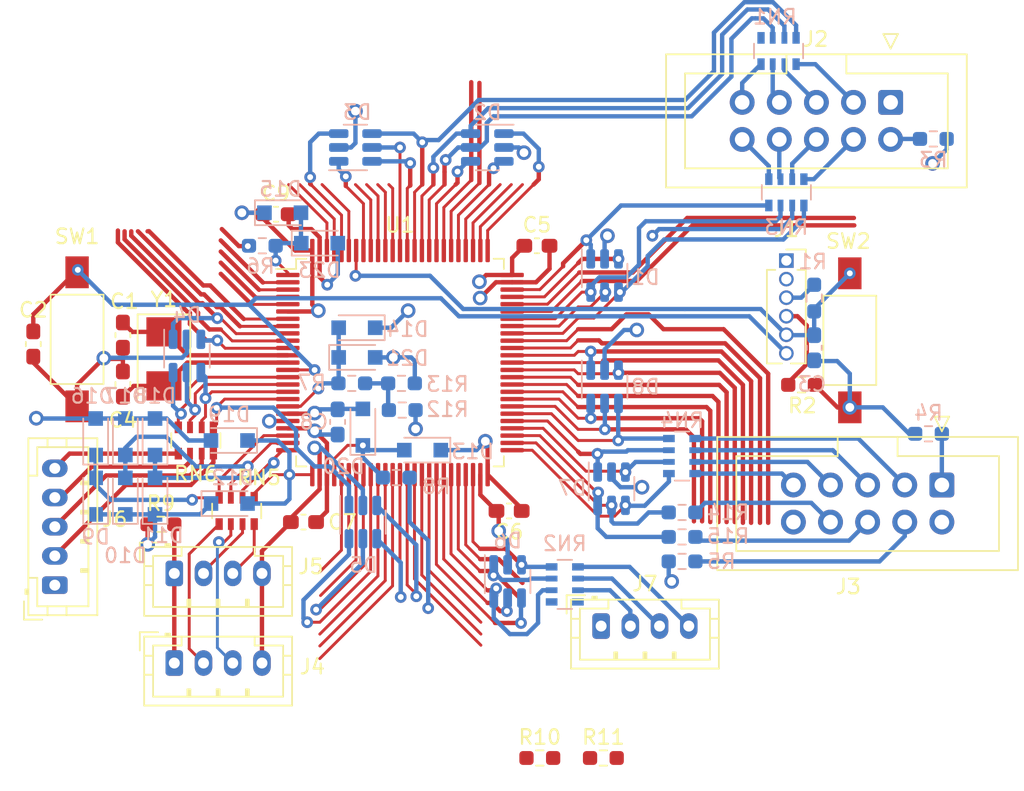
<source format=kicad_pcb>
(kicad_pcb (version 20211014) (generator pcbnew)
  (layers (0 "F.Cu" signal) (1 "In1.Cu" power) (2 "In2.Cu" power) (31 "B.Cu" signal) (34 "B.Paste" user) (35 "F.Paste" user) (36 "B.SilkS" user "B.Silkscreen") (37 "F.SilkS" user "F.Silkscreen") (38 "B.Mask" user) (39 "F.Mask" user) (44 "Edge.Cuts" user))
  (net 0 "")
  (net 1 "/MCU base/OSC_IN")
  (net 2 "GND")
  (net 3 "/MCU base/NRST")
  (net 4 "/MCU base/BOOT0")
  (net 5 "+3V3")
  (net 6 "/MCU base/OSC_OUT")
  (net 7 "/MCU base/BTN0")
  (net 8 "/MCU base/BTN1")
  (net 9 "/MCU base/BTN2_SDA")
  (net 10 "/MCU base/SWDIO")
  (net 11 "/MCU base/BTN3_SCL")
  (net 12 "/MCU base/SWCLK")
  (net 13 "M4_L0")
  (net 14 "M4_L1")
  (net 15 "/MCU base/BTN4")
  (net 16 "/MCU base/BTN5")
  (net 17 "/MCU base/BTN6")
  (net 18 "M3_L1")
  (net 19 "M3_L0")
  (net 20 "M2_L1")
  (net 21 "M2_L0")
  (net 22 "M1_L0")
  (net 23 "M1_L1")
  (net 24 "USART1_TX")
  (net 25 "USART1_RX")
  (net 26 "M0_L0")
  (net 27 "M0_L1")
  (net 28 "M7_L0")
  (net 29 "M7_L1")
  (net 30 "/MCU base/SCRN_DCRS")
  (net 31 "/MCU base/SCRN_SCK")
  (net 32 "/MCU base/SCRN_MISO")
  (net 33 "/MCU base/SCRN_MOSI")
  (net 34 "/MCU base/SCRN_RST")
  (net 35 "/MCU base/SCRN_CS")
  (net 36 "M6_L1")
  (net 37 "M6_L0")
  (net 38 "M5_L1")
  (net 39 "M5_L0")
  (net 40 "/MCU base/A0")
  (net 41 "/MCU base/A1")
  (net 42 "/MCU base/A2")
  (net 43 "/MCU base/A3")
  (net 44 "/MCU base/A4")
  (net 45 "/MCU base/A5")
  (net 46 "/MCU base/Diag")
  (net 47 "Net-(J1-Pad4)")
  (net 48 "Net-(J2-Pad2)")
  (net 49 "Net-(J2-Pad3)")
  (net 50 "Net-(J2-Pad4)")
  (net 51 "Net-(J2-Pad5)")
  (net 52 "Net-(J2-Pad6)")
  (net 53 "Net-(J2-Pad7)")
  (net 54 "Net-(J2-Pad8)")
  (net 55 "ADC2")
  (net 56 "ADC3")
  (net 57 "ADC4")
  (net 58 "ADC5")
  (net 59 "+5V")
  (net 60 "DIAG")
  (net 61 "ADC0")
  (net 62 "Vdrive")
  (net 63 "ADC1")
  (net 66 "MUL0")
  (net 67 "MUL1")
  (net 68 "MUL2")
  (net 69 "MUL_EN")
  (net 70 "M1_EN")
  (net 71 "M1_DIR")
  (net 72 "M1_STEP")
  (net 73 "+3.3VADC")
  (net 74 "TMC_SCK")
  (net 75 "TMC_MISO")
  (net 76 "TMC_MOSI")
  (net 77 "M0_STEP")
  (net 78 "M0_EN")
  (net 79 "M0_DIR")
  (net 80 "M7_STEP")
  (net 81 "M7_EN")
  (net 82 "M7_DIR")
  (net 83 "USART3_TX")
  (net 84 "M6_STEP")
  (net 85 "M6_DIR")
  (net 86 "M6_EN")
  (net 87 "M5_STEP")
  (net 88 "M5_DIR")
  (net 89 "M5_EN")
  (net 90 "USB_DM")
  (net 91 "USB_DP")
  (net 92 "M4_STEP")
  (net 93 "M4_EN")
  (net 94 "M4_DIR")
  (net 95 "CAN_RX")
  (net 96 "CAN_TX")
  (net 97 "USART2_TX")
  (net 98 "M3_DIR")
  (net 99 "M3_STEP")
  (net 100 "M3_EN")
  (net 101 "M2_STEP")
  (net 102 "M2_DIR")
  (net 103 "M2_EN")
  (net 104 "Net-(J2-Pad10)")
  (net 105 "Net-(R9-Pad2)")
  (net 106 "/MCU base/MOT_MUL0")
  (net 107 "/MCU base/MOT_MUL1")
  (net 108 "/MCU base/MOT_MUL2")
  (net 109 "/MCU base/MOT_MUL_EN")
  (net 110 "Net-(J6-Pad2)")
  (net 111 "Net-(J6-Pad3)")
  (net 112 "Net-(J6-Pad4)")
  (net 113 "Net-(J6-Pad5)")
  (net 114 "Net-(R4-Pad1)")
  (net 115 "Net-(RN4-Pad5)")
  (net 116 "Net-(RN4-Pad6)")
  (net 117 "Net-(R15-Pad2)")
  (net 118 "Net-(RN4-Pad7)")
  (net 119 "Net-(R5-Pad2)")
  (net 120 "Net-(RN4-Pad8)")
  (net 121 "Net-(J3-Pad8)")
  (net 122 "/MCU base/OUT1")
  (net 123 "/MCU base/OUT0")
  (net 124 "/MCU base/OUT2")
  (net 125 "Net-(J7-Pad2)")
  (net 126 "Net-(J7-Pad3)")
  (net 129 "Net-(J7-Pad4)")
  (footprint "Capacitor_SMD:C_0603_1608Metric_Pad1.08x0.95mm_HandSolder" (layer "F.Cu") (at 110.8975 79.502)
    (fp_text reference "C9")
    (fp_text value "0.1")
  )
  (footprint "Connector_JST:JST_PH_B5B-PH-K_1x05_P2.00mm_Vertical" (layer "F.Cu") (at 95.758 104.902 90)
    (fp_text reference "J6")
    (fp_text value "MOT_MUL")
  )
  (footprint "Connector_IDC:IDC-Header_2x05_P2.54mm_Vertical" (layer "F.Cu") (at 152.9588 71.8407 -90)
    (fp_text reference "J2")
    (fp_text value "buttons_I2C")
  )
  (footprint "Button_Switch_SMD:SW_SPST_FSMSM" (layer "F.Cu") (at 150.1648 88.138 -90)
    (fp_text reference "SW2")
    (fp_text value "boot")
  )
  (footprint "Connector_JST:JST_PH_B4B-PH-K_1x04_P2.00mm_Vertical" (layer "F.Cu") (at 103.934 104.098)
    (fp_text reference "J5")
    (fp_text value "ADC1")
  )
  (footprint "Connector_IDC:IDC-Header_2x05_P2.54mm_Vertical" (layer "F.Cu") (at 156.464 98.044 -90)
    (fp_text reference "J3")
    (fp_text value "screen")
  )
  (footprint "Connector_PinSocket_1.27mm:PinSocket_1x06_P1.27mm_Vertical" (layer "F.Cu") (at 145.821 82.677)
    (fp_text reference "J1")
    (fp_text value "Prog")
  )
  (footprint "Package_QFP:LQFP-100_14x14mm_P0.5mm" (layer "F.Cu") (at 119.38 89.662)
    (fp_text reference "U1")
    (fp_text value "STM32F303VDTx")
  )
  (footprint "Capacitor_SMD:C_0603_1608Metric_Pad1.08x0.95mm_HandSolder" (layer "F.Cu") (at 100.41735 91.1352 90)
    (fp_text reference "C4")
    (fp_text value "12")
  )
  (footprint "Crystal:Crystal_SMD_5032-2Pin_5.0x3.2mm" (layer "F.Cu") (at 103.2256 89.408 -90)
    (fp_text reference "Y1")
    (fp_text value "NX5032GA-8MHz")
  )
  (footprint "Resistor_SMD:R_Array_Convex_4x0603" (layer "F.Cu") (at 105.41 94.996 90)
    (fp_text reference "RN6")
    (fp_text value "330")
  )
  (footprint "Resistor_SMD:R_0603_1608Metric_Pad0.98x0.95mm_HandSolder" (layer "F.Cu") (at 146.8628 91.186 180)
    (fp_text reference "R2")
    (fp_text value "22")
  )
  (footprint "Capacitor_SMD:C_0603_1608Metric_Pad1.08x0.95mm_HandSolder" (layer "F.Cu") (at 128.7515 81.661)
    (fp_text reference "C5")
    (fp_text value "0.1")
  )
  (footprint "Capacitor_SMD:C_0603_1608Metric_Pad1.08x0.95mm_HandSolder" (layer "F.Cu") (at 94.2848 88.3909 -90)
    (fp_text reference "C2")
    (fp_text value "0.1")
  )
  (footprint "Resistor_SMD:R_Array_Convex_4x0603" (layer "F.Cu") (at 108.204 99.822 90)
    (fp_text reference "RN5")
    (fp_text value "330")
  )
  (footprint "Capacitor_SMD:C_0603_1608Metric_Pad1.08x0.95mm_HandSolder" (layer "F.Cu") (at 100.41735 87.7802 -90)
    (fp_text reference "C1")
    (fp_text value "12")
  )
  (footprint "Connector_JST:JST_PH_B4B-PH-K_1x04_P2.00mm_Vertical" (layer "F.Cu") (at 133.144 107.7048)
    (fp_text reference "J7")
    (fp_text value "ADC2")
  )
  (footprint "Capacitor_SMD:C_0603_1608Metric_Pad1.08x0.95mm_HandSolder" (layer "F.Cu") (at 126.8465 99.822 180)
    (fp_text reference "C6")
    (fp_text value "0.1")
  )
  (footprint "Button_Switch_SMD:SW_SPST_FSMSM" (layer "F.Cu") (at 97.282 88.0692 -90)
    (fp_text reference "SW1")
    (fp_text value "reset")
  )
  (footprint "Resistor_SMD:R_0603_1608Metric_Pad0.98x0.95mm_HandSolder" (layer "F.Cu") (at 133.2992 116.7384)
    (fp_text reference "R11")
    (fp_text value "10k")
  )
  (footprint "Resistor_SMD:R_0603_1608Metric_Pad0.98x0.95mm_HandSolder" (layer "F.Cu") (at 128.9492 116.7384)
    (fp_text reference "R10")
    (fp_text value "91k")
  )
  (footprint "Capacitor_SMD:C_0603_1608Metric_Pad1.08x0.95mm_HandSolder" (layer "F.Cu") (at 112.776 100.584 180)
    (fp_text reference "C7")
    (fp_text value "0.1")
  )
  (footprint "Connector_JST:JST_PH_B4B-PH-K_1x04_P2.00mm_Vertical" (layer "F.Cu") (at 103.934 110.236)
    (fp_text reference "J4")
    (fp_text value "ADC2")
  )
  (footprint "Resistor_SMD:R_0603_1608Metric_Pad0.98x0.95mm_HandSolder" (layer "F.Cu") (at 103.0224 100.7364)
    (fp_text reference "R9")
    (fp_text value "22")
  )
  (footprint "Package_TO_SOT_SMD:SOT-23-6" (layer "B.Cu") (at 116.3265 74.93)
    (fp_text reference "D3")
    (fp_text value "SP0505BAHT")
  )
  (footprint "Resistor_SMD:R_0603_1608Metric_Pad0.98x0.95mm_HandSolder" (layer "B.Cu") (at 138.684 103.2764)
    (fp_text reference "R5")
    (fp_text value "5.1")
  )
  (footprint "Resistor_SMD:R_0603_1608Metric_Pad0.98x0.95mm_HandSolder" (layer "B.Cu") (at 119.126 97.536)
    (fp_text reference "R8")
    (fp_text value "330")
  )
  (footprint "Resistor_SMD:R_0603_1608Metric_Pad0.98x0.95mm_HandSolder" (layer "B.Cu") (at 119.5324 92.9132)
    (fp_text reference "R12")
    (fp_text value "47k")
  )
  (footprint "Diode_SMD:D_SOD-323_HandSoldering" (layer "B.Cu") (at 116.84 94.0816 90)
    (fp_text reference "D20")
    (fp_text value "SS14")
  )
  (footprint "Diode_SMD:D_SOD-323_HandSoldering" (layer "B.Cu") (at 113.8736 81.4832)
    (fp_text reference "D23")
    (fp_text value "SS14")
  )
  (footprint "Resistor_SMD:R_Array_Convex_4x0603" (layer "B.Cu") (at 145.8214 78.0034 90)
    (fp_text reference "RN3")
    (fp_text value "330")
  )
  (footprint "Diode_SMD:D_SOD-323_HandSoldering" (layer "B.Cu") (at 100.584 98.806 90)
    (fp_text reference "D10")
    (fp_text value "SS14")
  )
  (footprint "Diode_SMD:D_SOD-323_HandSoldering" (layer "B.Cu") (at 100.584 94.742 90)
    (fp_text reference "D17")
    (fp_text value "SS14")
  )
  (footprint "Resistor_SMD:R_Array_Convex_4x0603" (layer "B.Cu") (at 138.684 96.0628)
    (fp_text reference "RN4")
    (fp_text value "330")
  )
  (footprint "Package_TO_SOT_SMD:SOT-23-6" (layer "B.Cu") (at 104.8004 89.2048 -90)
    (fp_text reference "D4")
    (fp_text value "SP0505BAHT")
  )
  (footprint "Resistor_SMD:R_0603_1608Metric_Pad0.98x0.95mm_HandSolder" (layer "B.Cu") (at 109.9585 81.661)
    (fp_text reference "R6")
    (fp_text value "330")
  )
  (footprint "Diode_SMD:D_SOD-323_HandSoldering" (layer "B.Cu") (at 107.696 99.314)
    (fp_text reference "D12")
    (fp_text value "SS14")
  )
  (footprint "Package_TO_SOT_SMD:SOT-23-6" (layer "B.Cu") (at 125.3545 74.93 180)
    (fp_text reference "D2")
    (fp_text value "SP0505BAHT")
  )
  (footprint "Diode_SMD:D_SOD-323_HandSoldering" (layer "B.Cu") (at 107.696 94.996 180)
    (fp_text reference "D19")
    (fp_text value "SS14")
  )
  (footprint "Diode_SMD:D_SOD-323_HandSoldering" (layer "B.Cu") (at 98.552 98.806 90)
    (fp_text reference "D9")
    (fp_text value "SS14")
  )
  (footprint "Diode_SMD:D_SOD-323_HandSoldering" (layer "B.Cu") (at 111.3536 79.4004)
    (fp_text reference "D15")
    (fp_text value "SS14")
  )
  (footprint "Diode_SMD:D_SOD-323_HandSoldering" (layer "B.Cu") (at 116.4336 89.3064)
    (fp_text reference "D21")
    (fp_text value "SS14")
  )
  (footprint "Resistor_SMD:R_0603_1608Metric_Pad0.98x0.95mm_HandSolder" (layer "B.Cu") (at 116.0799 91.0844 180)
    (fp_text reference "R7")
    (fp_text value "330")
  )
  (footprint "Resistor_SMD:R_Array_Convex_4x0603" (layer "B.Cu") (at 145.288 68.326 90)
    (fp_text reference "RN1")
    (fp_text value "330")
  )
  (footprint "Package_TO_SOT_SMD:SOT-23-6" (layer "B.Cu") (at 133.858 98.298 -90)
    (fp_text reference "D7")
    (fp_text value "SP0505BAHT")
  )
  (footprint "Diode_SMD:D_SOD-323_HandSoldering" (layer "B.Cu") (at 102.616 98.806 90)
    (fp_text reference "D11")
    (fp_text value "SS14")
  )
  (footprint "Package_TO_SOT_SMD:SOT-23-6" (layer "B.Cu") (at 126.746 104.648 -90)
    (fp_text reference "D6")
    (fp_text value "SP0505BAHT")
  )
  (footprint "Diode_SMD:D_SOD-323_HandSoldering" (layer "B.Cu") (at 98.552 94.742 90)
    (fp_text reference "D16")
    (fp_text value "SS14")
  )
  (footprint "Diode_SMD:D_SOD-323_HandSoldering" (layer "B.Cu") (at 120.924 95.6564 180)
    (fp_text reference "D13")
    (fp_text value "SS14")
  )
  (footprint "Package_TO_SOT_SMD:SOT-23-6" (layer "B.Cu") (at 133.383 83.6985 -90)
    (fp_text reference "D1")
    (fp_text value "SP0505BAHT")
  )
  (footprint "Diode_SMD:D_SOD-323_HandSoldering" (layer "B.Cu") (at 102.616 94.742 90)
    (fp_text reference "D18")
    (fp_text value "SS14")
  )
  (footprint "Resistor_SMD:R_0603_1608Metric_Pad0.98x0.95mm_HandSolder" (layer "B.Cu") (at 138.684 101.6)
    (fp_text reference "R15")
    (fp_text value "330")
  )
  (footprint "Resistor_SMD:R_0603_1608Metric_Pad0.98x0.95mm_HandSolder" (layer "B.Cu") (at 147.7264 85.2424 90)
    (fp_text reference "R1")
    (fp_text value "10k")
  )
  (footprint "Package_TO_SOT_SMD:SOT-23-6" (layer "B.Cu") (at 133.383 91.3185 -90)
    (fp_text reference "D8")
    (fp_text value "SP0505BAHT")
  )
  (footprint "Capacitor_SMD:C_0603_1608Metric_Pad1.08x0.95mm_HandSolder" (layer "B.Cu") (at 115.1128 93.726 90)
    (fp_text reference "C8")
    (fp_text value "0.1")
  )
  (footprint "Resistor_SMD:R_Array_Convex_4x0603" (layer "B.Cu") (at 130.6576 104.8512 180)
    (fp_text reference "RN2")
    (fp_text value "330")
  )
  (footprint "Package_TO_SOT_SMD:SOT-23-6" (layer "B.Cu") (at 116.84 100.584 -90)
    (fp_text reference "D5")
    (fp_text value "SP0505BAHT")
  )
  (footprint "Capacitor_SMD:C_0603_1608Metric_Pad1.08x0.95mm_HandSolder" (layer "B.Cu") (at 147.7264 88.646 -90)
    (fp_text reference "C3")
    (fp_text value "0.1")
  )
  (footprint "Resistor_SMD:R_0603_1608Metric_Pad0.98x0.95mm_HandSolder" (layer "B.Cu") (at 155.5496 94.5388 180)
    (fp_text reference "R4")
    (fp_text value "7.5")
  )
  (footprint "Resistor_SMD:R_0603_1608Metric_Pad0.98x0.95mm_HandSolder" (layer "B.Cu") (at 155.8798 74.3458)
    (fp_text reference "R3")
    (fp_text value "22")
  )
  (footprint "Resistor_SMD:R_0603_1608Metric_Pad0.98x0.95mm_HandSolder" (layer "B.Cu") (at 119.4816 91.0844 180)
    (fp_text reference "R13")
    (fp_text value "47k")
  )
  (footprint "Diode_SMD:D_SOD-323_HandSoldering" (layer "B.Cu") (at 116.4336 87.2744 180)
    (fp_text reference "D14")
    (fp_text value "SS14")
  )
  (footprint "Resistor_SMD:R_0603_1608Metric_Pad0.98x0.95mm_HandSolder" (layer "B.Cu") (at 138.684 99.9236)
    (fp_text reference "R14")
    (fp_text value "330")
  )
  (segment (start 101.05765 87.558) (end 103.2256 87.558) (width 0.3) (layer "F.Cu") (net 1))
  (segment (start 111.705 89.162) (end 104.8296 89.162) (width 0.3) (layer "F.Cu") (net 1))
  (segment (start 100.41735 86.9177) (end 101.05765 87.558) (width 0.3) (layer "F.Cu") (net 1))
  (segment (start 104.8296 89.162) (end 103.2256 87.558) (width 0.3) (layer "F.Cu") (net 1))
  (segment (start 113.311361 80.518) (end 112.014 80.518) (width 0.3) (layer "F.Cu") (net 2))
  (segment (start 99.1616 89.408) (end 99.1108 89.3572) (width 0.3) (layer "F.Cu") (net 2))
  (segment (start 128.69 84.162) (end 129.614 83.238) (width 0.3) (layer "F.Cu") (net 2))
  (segment (start 127.055 84.162) (end 125.9468 84.162) (width 0.3) (layer "F.Cu") (net 2))
  (segment (start 111.9135 100.584) (end 111.9135 100.3035) (width 0.3) (layer "F.Cu") (net 2))
  (segment (start 113.88 81.086639) (end 113.311361 80.518) (width 0.3) (layer "F.Cu") (net 2))
  (segment (start 113.88 98.337) (end 113.88 97.337) (width 0.3) (layer "F.Cu") (net 2))
  (segment (start 113.88 83.8064) (end 114.4016 84.328) (width 0.3) (layer "F.Cu") (net 2))
  (segment (start 97.282 91.186) (end 99.1108 89.3572) (width 0.3) (layer "F.Cu") (net 2))
  (segment (start 97.282 92.6592) (end 97.282 91.186) (width 0.3) (layer "F.Cu") (net 2))
  (segment (start 124.88 98.718) (end 125.984 99.822) (width 0.3) (layer "F.Cu") (net 2))
  (segment (start 100.41735 89.408) (end 99.1616 89.408) (width 0.3) (layer "F.Cu") (net 2))
  (segment (start 125.9468 84.162) (end 124.8664 85.2424) (width 0.3) (layer "F.Cu") (net 2))
  (segment (start 113.88 81.987) (end 113.88 81.086639) (width 0.3) (layer "F.Cu") (net 2))
  (segment (start 113.88 95.846) (end 113.538 95.504) (width 0.3) (layer "F.Cu") (net 2))
  (segment (start 127.055 84.162) (end 128.69 84.162) (width 0.3) (layer "F.Cu") (net 2))
  (segment (start 112.014 80.518) (end 111.76 80.264) (width 0.3) (layer "F.Cu") (net 2))
  (segment (start 109.934 104.098) (end 109.934 102.5635) (width 0.3) (layer "F.Cu") (net 2))
  (segment (start 109.934 102.5635) (end 111.9135 100.584) (width 0.3) (layer "F.Cu") (net 2))
  (segment (start 94.2848 89.662) (end 97.282 92.6592) (width 0.3) (layer "F.Cu") (net 2))
  (segment (start 111.9135 100.3035) (end 113.88 98.337) (width 0.3) (layer "F.Cu") (net 2))
  (segment (start 126.1364 101.1936) (end 126.1364 99.9744) (width 0.3) (layer "F.Cu") (net 2))
  (segment (start 100.41735 89.408) (end 100.41735 88.6427) (width 0.3) (layer "F.Cu") (net 2))
  (segment (start 113.4924 93.162) (end 113.538 93.1164) (width 0.3) (layer "F.Cu") (net 2))
  (segment (start 113.88 97.337) (end 113.88 95.846) (width 0.3) (layer "F.Cu") (net 2))
  (segment (start 129.614 83.238) (end 129.614 81.661) (width 0.3) (layer "F.Cu") (net 2))
  (segment (start 113.88 81.987) (end 113.88 83.8064) (width 0.3) (layer "F.Cu") (net 2))
  (segment (start 109.934 110.236) (end 109.934 104.098) (width 0.3) (layer "F.Cu") (net 2))
  (segment (start 111.705 93.162) (end 113.4924 93.162) (width 0.3) (layer "F.Cu") (net 2))
  (segment (start 124.88 97.337) (end 124.88 98.718) (width 0.3) (layer "F.Cu") (net 2))
  (segment (start 111.76 80.264) (end 111.76 79.502) (width 0.3) (layer "F.Cu") (net 2))
  (segment (start 94.2848 89.2534) (end 94.2848 89.662) (width 0.3) (layer "F.Cu") (net 2))
  (segment (start 126.1364 99.9744) (end 125.984 99.822) (width 0.3) (layer "F.Cu") (net 2))
  (segment (start 100.41735 90.2727) (end 100.41735 89.408) (width 0.3) (layer "F.Cu") (net 2))
  (via (at 124.8664 85.2424) (size 1) (drill 0.6) (layers "F.Cu" "B.Cu") (net 2))
  (via (at 94.488 93.472) (size 1) (drill 0.6) (layers "F.Cu" "B.Cu") (net 2))
  (via (at 114.4016 84.328) (size 0.8) (drill 0.4) (layers "F.Cu" "B.Cu") (net 2))
  (via (at 127.8636 75.2856) (size 1) (drill 0.6) (layers "F.Cu" "B.Cu") (net 2))
  (via (at 113.538 95.504) (size 1) (drill 0.6) (layers "F.Cu" "B.Cu") (net 2))
  (via (at 116.332 72.4408) (size 1) (drill 0.6) (layers "F.Cu" "B.Cu") (net 2))
  (via (at 135.5852 87.4268) (size 1) (drill 0.6) (layers "F.Cu" "B.Cu") (net 2))
  (via (at 126.1364 101.1936) (size 1) (drill 0.6) (layers "F.Cu" "B.Cu") (net 2))
  (via (at 135.9408 98.1964) (size 1) (drill 0.6) (layers "F.Cu" "B.Cu") (net 2))
  (via (at 118.9228 89.3064) (size 1) (drill 0.6) (layers "F.Cu" "B.Cu") (net 2))
  (via (at 113.538 93.1164) (size 1) (drill 0.6) (layers "F.Cu" "B.Cu") (net 2))
  (via (at 133.5786 80.9752) (size 1) (drill 0.6) (layers "F.Cu" "B.Cu") (net 2))
  (via (at 99.1108 89.3572) (size 1) (drill 0.6) (layers "F.Cu" "B.Cu") (net 2))
  (segment (start 127.508 74.93) (end 127.8636 75.2856) (width 0.3) (layer "B.Cu") (net 2))
  (segment (start 98.552 93.492) (end 94.508 93.492) (width 0.3) (layer "B.Cu") (net 2))
  (segment (start 98.552 93.492) (end 100.584 93.492) (width 0.3) (layer "B.Cu") (net 2))
  (segment (start 146.8393 85.217) (end 147.7264 84.3299) (width 0.3) (layer "B.Cu") (net 2))
  (segment (start 120.3941 89.5585) (end 120.142 89.3064) (width 0.3) (layer "B.Cu") (net 2))
  (segment (start 115.1236 83.606) (end 115.1236 81.4832) (width 0.3) (layer "B.Cu") (net 2))
  (segment (start 133.383 82.561) (end 133.383 81.1708) (width 0.3) (layer "B.Cu") (net 2))
  (segment (start 116.84 99.4465) (end 116.84 98.353572) (width 0.3) (layer "B.Cu") (net 2))
  (segment (start 113.7909 92.8635) (end 113.538 93.1164) (width 0.3) (layer "B.Cu") (net 2))
  (segment (start 115.189 74.93) (end 116.0272 74.93) (width 0.3) (layer "B.Cu") (net 2))
  (segment (start 104.8004 89.0016) (end 104.47172 89.33028) (width 0.3) (layer "B.Cu") (net 2))
  (segment (start 134.7216 87.4268) (end 133.383 88.7654) (width 0.3) (layer "B.Cu") (net 2))
  (segment (start 120.142 89.3064) (end 118.9228 89.3064) (width 0.3) (layer "B.Cu") (net 2))
  (segment (start 115.1447 92.8316) (end 115.1128 92.8635) (width 0.3) (layer "B.Cu") (net 2))
  (segment (start 126.492 74.93) (end 127.508 74.93) (width 0.3) (layer "B.Cu") (net 2))
  (segment (start 145.821 85.217) (end 146.8393 85.217) (width 0.3) (layer "B.Cu") (net 2))
  (segment (start 133.858 97.579427) (end 133.858 97.1605) (width 0.3) (layer "B.Cu") (net 2))
  (segment (start 135.9408 98.1964) (end 134.474973 98.1964) (width 0.3) (layer "B.Cu") (net 2))
  (segment (start 116.0272 74.93) (end 116.332 74.6252) (width 0.3) (layer "B.Cu") (net 2))
  (segment (start 104.47172 89.33028) (end 99.13772 89.33028) (width 0.3) (layer "B.Cu") (net 2))
  (segment (start 120.3941 91.0844) (end 120.3941 89.5585) (width 0.3) (layer "B.Cu") (net 2))
  (segment (start 100.584 93.492) (end 102.616 93.492) (width 0.3) (layer "B.Cu") (net 2))
  (segment (start 126.746 101.8032) (end 126.1364 101.1936) (width 0.3) (layer "B.Cu") (net 2))
  (segment (start 134.474973 98.1964) (end 133.858 97.579427) (width 0.3) (layer "B.Cu") (net 2))
  (segment (start 135.5852 87.4268) (end 134.7216 87.4268) (width 0.3) (layer "B.Cu") (net 2))
  (segment (start 104.92 94.996) (end 103.416 93.492) (width 0.3) (layer "B.Cu") (net 2))
  (segment (start 103.416 93.492) (end 102.616 93.492) (width 0.3) (layer "B.Cu") (net 2))
  (segment (start 94.508 93.492) (end 94.488 93.472) (width 0.3) (layer "B.Cu") (net 2))
  (segment (start 106.446 94.996) (end 104.92 94.996) (width 0.3) (layer "B.Cu") (net 2))
  (segment (start 116.84 92.8316) (end 115.1447 92.8316) (width 0.3) (layer "B.Cu") (net 2))
  (segment (start 133.383 88.7654) (end 133.383 90.181) (width 0.3) (layer "B.Cu") (net 2))
  (segment (start 99.13772 89.33028) (end 99.1108 89.3572) (width 0.3) (layer "B.Cu") (net 2))
  (segment (start 115.1128 92.8635) (end 113.7909 92.8635) (width 0.3) (layer "B.Cu") (net 2))
  (segment (start 126.746 103.5105) (end 126.746 101.8032) (width 0.3) (layer "B.Cu") (net 2))
  (segment (start 142.7988 71.8407) (end 142.7988 70.5152) (width 0.3) (layer "B.Cu") (net 2))
  (segment (start 104.8004 88.0673) (end 104.8004 89.0016) (width 0.3) (layer "B.Cu") (net 2))
  (segment (start 114.4016 84.328) (end 115.1236 83.606) (width 0.3) (layer "B.Cu") (net 2))
  (segment (start 116.84 98.353572) (end 113.990428 95.504) (width 0.3) (layer "B.Cu") (net 2))
  (segment (start 116.332 74.6252) (end 116.332 72.4408) (width 0.3) (layer "B.Cu") (net 2))
  (segment (start 142.7988 70.5152) (end 144.088 69.226) (width 0.3) (layer "B.Cu") (net 2))
  (segment (start 113.990428 95.504) (end 113.538 95.504) (width 0.3) (layer "B.Cu") (net 2))
  (segment (start 133.383 81.1708) (end 133.5786 80.9752) (width 0.3) (layer "B.Cu") (net 2))
  (segment (start 117.6836 89.3064) (end 118.9228 89.3064) (width 0.3) (layer "B.Cu") (net 2))
  (segment (start 94.2848 86.36) (end 97.3328 83.312) (width 0.3) (layer "F.Cu") (net 3))
  (segment (start 97.282 83.4792) (end 97.282 83.3628) (width 0.3) (layer "F.Cu") (net 3))
  (segment (start 111.705 90.162) (end 113.53 90.162) (width 0.2) (layer "F.Cu") (net 3))
  (segment (start 113.53 90.162) (end 113.538 90.17) (width 0.2) (layer "F.Cu") (net 3))
  (segment (start 97.282 83.3628) (end 97.3328 83.312) (width 0.3) (layer "F.Cu") (net 3))
  (segment (start 94.2848 87.5284) (end 94.2848 86.36) (width 0.3) (layer "F.Cu") (net 3))
  (via (at 113.538 90.17) (size 0.8) (drill 0.4) (layers "F.Cu" "B.Cu") (net 3))
  (via (at 97.3328 83.312) (size 0.8) (drill 0.4) (layers "F.Cu" "B.Cu") (net 3))
  (segment (start 110.744 87.376) (end 113.538 90.17) (width 0.3) (layer "B.Cu") (net 3))
  (segment (start 99.7204 85.6996) (end 97.3328 83.312) (width 0.3) (layer "B.Cu") (net 3))
  (segment (start 109.0676 85.6996) (end 110.0836 86.7156) (width 0.3) (layer "B.Cu") (net 3))
  (segment (start 145.821 89.027) (end 143.285431 86.491431) (width 0.3) (layer "B.Cu") (net 3))
  (segment (start 109.0676 85.6996) (end 109.510711 85.256489) (width 0.3) (layer "B.Cu") (net 3))
  (segment (start 109.0676 85.6996) (end 99.7204 85.6996) (width 0.3) (layer "B.Cu") (net 3))
  (segment (start 109.510711 85.256489) (end 122.179227 85.256489) (width 0.3) (layer "B.Cu") (net 3))
  (segment (start 110.0836 86.7156) (end 110.744 87.376) (width 0.3) (layer "B.Cu") (net 3))
  (segment (start 143.285431 86.491431) (end 123.414169 86.491431) (width 0.3) (layer "B.Cu") (net 3))
  (segment (start 122.179227 85.256489) (end 123.414169 86.491431) (width 0.3) (layer "B.Cu") (net 3))
  (segment (start 116.38 81.987) (end 116.38 83.6704) (width 0.2) (layer "F.Cu") (net 4))
  (segment (start 116.38 83.6704) (end 116.332 83.7184) (width 0.2) (layer "F.Cu") (net 4))
  (via (at 116.332 83.7184) (size 0.8) (drill 0.4) (layers "F.Cu" "B.Cu") (net 4))
  (via (at 150.1648 83.548) (size 0.8) (drill 0.4) (layers "F.Cu" "B.Cu") (net 4))
  (segment (start 123.710489 85.991911) (end 121.436978 83.7184) (width 0.3) (layer "B.Cu") (net 4))
  (segment (start 121.436978 83.7184) (end 116.332 83.7184) (width 0.3) (layer "B.Cu") (net 4))
  (segment (start 138.874289 85.991911) (end 123.710489 85.991911) (width 0.3) (layer "B.Cu") (net 4))
  (segment (start 145.8475 87.7835) (end 145.821 87.757) (width 0.3) (layer "B.Cu") (net 4))
  (segment (start 138.874289 85.991911) (end 144.055911 85.991911) (width 0.3) (layer "B.Cu") (net 4))
  (segment (start 144.055911 85.991911) (end 145.821 87.757) (width 0.3) (layer "B.Cu") (net 4))
  (segment (start 147.7264 87.7835) (end 145.8475 87.7835) (width 0.3) (layer "B.Cu") (net 4))
  (segment (start 147.7264 87.7835) (end 147.7264 86.1549) (width 0.3) (layer "B.Cu") (net 4))
  (segment (start 147.7264 86.1549) (end 147.7264 85.9864) (width 0.3) (layer "B.Cu") (net 4))
  (segment (start 147.7264 85.9864) (end 150.1648 83.548) (width 0.3) (layer "B.Cu") (net 4))
  (segment (start 112.213 81.987) (end 110.035 79.809) (width 0.3) (layer "F.Cu") (net 5))
  (segment (start 113.6385 100.584) (end 114.38 99.8425) (width 0.3) (layer "F.Cu") (net 5))
  (segment (start 110.035 79.809) (end 110.035 79.502) (width 0.3) (layer "F.Cu") (net 5))
  (segment (start 127.055 83.662) (end 127.055 82.495) (width 0.3) (layer "F.Cu") (net 5))
  (segment (start 113.3644 94.162) (end 113.538 94.3356) (width 0.3) (layer "F.Cu") (net 5))
  (segment (start 114.38 95.1776) (end 113.538 94.3356) (width 0.3) (layer "F.Cu") (net 5))
  (segment (start 102.108 102.108) (end 102.108 100.7383) (width 0.3) (layer "F.Cu") (net 5))
  (segment (start 149.3173 92.728) (end 147.7753 91.186) (width 0.3) (layer "F.Cu") (net 5))
  (segment (start 113.736 86.162) (end 113.792 86.106) (width 0.3) (layer "F.Cu") (net 5))
  (segment (start 127.709 99.822) (end 127.709 99.666) (width 0.3) (layer "F.Cu") (net 5))
  (segment (start 127.055 82.495) (end 127.889 81.661) (width 0.3) (layer "F.Cu") (net 5))
  (segment (start 127.055 83.662) (end 125.2784 83.662) (width 0.3) (layer "F.Cu") (net 5))
  (segment (start 113.38 81.987) (end 113.38 85.694) (width 0.3) (layer "F.Cu") (net 5))
  (segment (start 127.709 99.666) (end 125.38 97.337) (width 0.3) (layer "F.Cu") (net 5))
  (segment (start 111.705 86.162) (end 113.736 86.162) (width 0.3) (layer "F.Cu") (net 5))
  (segment (start 111.705 94.162) (end 113.3644 94.162) (width 0.3) (layer "F.Cu") (net 5))
  (segment (start 125.38 97.337) (end 125.38 95.2048) (width 0.3) (layer "F.Cu") (net 5))
  (segment (start 113.38 85.694) (end 113.792 86.106) (width 0.3) (layer "F.Cu") (net 5))
  (segment (start 150.1648 92.728) (end 149.3173 92.728) (width 0.3) (layer "F.Cu") (net 5))
  (segment (start 109.9334 79.4004) (end 110.035 79.502) (width 0.3) (layer "F.Cu") (net 5))
  (segment (start 125.2784 83.662) (end 124.8156 84.1248) (width 0.3) (layer "F.Cu") (net 5))
  (segment (start 113.38 81.987) (end 112.213 81.987) (width 0.3) (layer "F.Cu") (net 5))
  (segment (start 114.38 97.337) (end 114.38 95.1776) (width 0.3) (layer "F.Cu") (net 5))
  (segment (start 108.5596 79.4004) (end 109.9334 79.4004) (width 0.3) (layer "F.Cu") (net 5))
  (segment (start 114.38 99.8425) (end 114.38 97.337) (width 0.3) (layer "F.Cu") (net 5))
  (segment (start 102.108 100.7383) (end 102.1099 100.7364) (width 0.3) (layer "F.Cu") (net 5))
  (segment (start 125.38 95.2048) (end 125.222 95.0468) (width 0.3) (layer "F.Cu") (net 5))
  (via (at 113.792 86.106) (size 1) (drill 0.6) (layers "F.Cu" "B.Cu") (net 5))
  (via (at 102.108 102.108) (size 1) (drill 0.6) (layers "F.Cu" "B.Cu") (net 5))
  (via (at 155.829 76.0222) (size 1) (drill 0.6) (layers "F.Cu" "B.Cu") (net 5))
  (via (at 119.9388 86.106) (size 1) (drill 0.6) (layers "F.Cu" "B.Cu") (net 5))
  (via (at 124.8156 84.1248) (size 1) (drill 0.6) (layers "F.Cu" "B.Cu") (net 5))
  (via (at 108.5596 79.4004) (size 1) (drill 0.6) (layers "F.Cu" "B.Cu") (net 5))
  (via (at 113.538 94.3356) (size 1) (drill 0.6) (layers "F.Cu" "B.Cu") (net 5))
  (via (at 125.222 95.0468) (size 1) (drill 0.6) (layers "F.Cu" "B.Cu") (net 5))
  (via (at 150.1648 92.728) (size 1) (drill 0.6) (layers "F.Cu" "B.Cu") (net 5))
  (segment (start 110.1036 79.4004) (end 108.5596 79.4004) (width 0.3) (layer "B.Cu") (net 5))
  (segment (start 154.2288 94.5388) (end 152.418 92.728) (width 0.3) (layer "B.Cu") (net 5))
  (segment (start 156.7923 75.0589) (end 155.829 76.0222) (width 0.3) (layer "B.Cu") (net 5))
  (segment (start 152.418 92.728) (end 150.1648 92.728) (width 0.3) (layer "B.Cu") (net 5))
  (segment (start 150.1648 92.728) (end 150.1648 90.4221) (width 0.3) (layer "B.Cu") (net 5))
  (segment (start 125.222 95.0468) (end 124.6124 95.6564) (width 0.3) (layer "B.Cu") (net 5))
  (segment (start 102.616 101.6) (end 102.108 102.108) (width 0.3) (layer "B.Cu") (net 5))
  (segment (start 150.1648 90.4221) (end 149.3012 89.5585) (width 0.3) (layer "B.Cu") (net 5))
  (segment (start 147.7764 89.5585) (end 147.7264 89.5085) (width 0.3) (layer "B.Cu") (net 5))
  (segment (start 98.552 100.056) (end 100.584 100.056) (width 0.3) (layer "B.Cu") (net 5))
  (segment (start 117.6836 87.2744) (end 118.7704 87.2744) (width 0.3) (layer "B.Cu") (net 5))
  (segment (start 105.704 100.056) (end 106.446 99.314) (width 0.3) (layer "B.Cu") (net 5))
  (segment (start 115.1128 94.5885) (end 113.7909 94.5885) (width 0.3) (layer "B.Cu") (net 5))
  (segment (start 100.584 100.056) (end 102.616 100.056) (width 0.3) (layer "B.Cu") (net 5))
  (segment (start 110.002 79.502) (end 110.1036 79.4004) (width 0.3) (layer "B.Cu") (net 5))
  (segment (start 102.616 100.056) (end 105.704 100.056) (width 0.3) (layer "B.Cu") (net 5))
  (segment (start 149.3012 89.5585) (end 147.7764 89.5585) (width 0.3) (layer "B.Cu") (net 5))
  (segment (start 118.7704 87.2744) (end 119.9388 86.106) (width 0.3) (layer "B.Cu") (net 5))
  (segment (start 102.616 100.056) (end 102.616 101.6) (width 0.3) (layer "B.Cu") (net 5))
  (segment (start 124.6124 95.6564) (end 122.174 95.6564) (width 0.3) (layer "B.Cu") (net 5))
  (segment (start 156.7923 74.3458) (end 156.7923 75.0589) (width 0.3) (layer "B.Cu") (net 5))
  (segment (start 113.7909 94.5885) (end 113.538 94.3356) (width 0.3) (layer "B.Cu") (net 5))
  (segment (start 154.6371 94.5388) (end 154.2288 94.5388) (width 0.3) (layer "B.Cu") (net 5))
  (segment (start 100.41735 91.9977) (end 101.15705 91.258) (width 0.3) (layer "F.Cu") (net 6))
  (segment (start 104.8216 89.662) (end 103.2256 91.258) (width 0.3) (layer "F.Cu") (net 6))
  (segment (start 111.705 89.662) (end 104.8216 89.662) (width 0.3) (layer "F.Cu") (net 6))
  (segment (start 101.15705 91.258) (end 103.2256 91.258) (width 0.3) (layer "F.Cu") (net 6))
  (segment (start 127.055 87.662) (end 130.524 87.662) (width 0.2) (layer "F.Cu") (net 7))
  (segment (start 130.524 87.662) (end 131.572 86.614) (width 0.2) (layer "F.Cu") (net 7))
  (segment (start 132.654006 86.614) (end 134.432006 84.836) (width 0.2) (layer "F.Cu") (net 7))
  (segment (start 131.572 86.614) (end 132.654006 86.614) (width 0.2) (layer "F.Cu") (net 7))
  (via (at 134.432006 84.836) (size 0.8) (drill 0.4) (layers "F.Cu" "B.Cu") (net 7))
  (segment (start 137.4648 81.2292) (end 136.332114 82.361886) (width 0.3) (layer "B.Cu") (net 7))
  (segment (start 136.332114 83.068314) (end 134.564428 84.836) (width 0.3) (layer "B.Cu") (net 7))
  (segment (start 145.6182 81.2292) (end 137.4648 81.2292) (width 0.3) (layer "B.Cu") (net 7))
  (segment (start 134.564428 84.836) (end 134.432006 84.836) (width 0.3) (layer "B.Cu") (net 7))
  (segment (start 136.332114 82.361886) (end 136.332114 83.068314) (width 0.3) (layer "B.Cu") (net 7))
  (segment (start 147.0214 78.9034) (end 147.0214 79.826) (width 0.3) (layer "B.Cu") (net 7))
  (segment (start 147.0214 79.826) (end 145.6182 81.2292) (width 0.3) (layer "B.Cu") (net 7))
  (segment (start 132.416503 85.852) (end 133.432503 84.836) (width 0.2) (layer "F.Cu") (net 8))
  (segment (start 130.262 87.162) (end 131.572 85.852) (width 0.2) (layer "F.Cu") (net 8))
  (segment (start 127.055 87.162) (end 130.262 87.162) (width 0.2) (layer "F.Cu") (net 8))
  (segment (start 131.572 85.852) (end 132.416503 85.852) (width 0.2) (layer "F.Cu") (net 8))
  (via (at 133.432503 84.836) (size 0.8) (drill 0.4) (layers "F.Cu" "B.Cu") (net 8))
  (via (at 136.652 80.975189) (size 0.8) (drill 0.4) (layers "F.Cu" "B.Cu") (net 8))
  (segment (start 137.3886 80.518) (end 137.109189 80.518) (width 0.3) (layer "B.Cu") (net 8))
  (segment (start 146.2214 79.7624) (end 145.4658 80.518) (width 0.3) (layer "B.Cu") (net 8))
  (segment (start 146.2214 78.9034) (end 146.2214 79.7624) (width 0.3) (layer "B.Cu") (net 8))
  (segment (start 137.109189 80.518) (end 136.652 80.975189) (width 0.3) (layer "B.Cu") (net 8))
  (segment (start 145.4658 80.518) (end 138.2776 80.518) (width 0.3) (layer "B.Cu") (net 8))
  (segment (start 138.2776 80.518) (end 137.3886 80.518) (width 0.3) (layer "B.Cu") (net 8))
  (segment (start 130 86.662) (end 131.826 84.836) (width 0.2) (layer "F.Cu") (net 9))
  (segment (start 131.826 84.836) (end 132.433 84.836) (width 0.2) (layer "F.Cu") (net 9))
  (segment (start 127.055 86.662) (end 130 86.662) (width 0.2) (layer "F.Cu") (net 9))
  (via (at 132.433 84.836) (size 0.8) (drill 0.4) (layers "F.Cu" "B.Cu") (net 9))
  (segment (start 135.7376 82.9564) (end 134.87002 83.82398) (width 0.3) (layer "B.Cu") (net 9))
  (segment (start 145.4214 79.648) (end 145.0848 79.9846) (width 0.3) (layer "B.Cu") (net 9))
  (segment (start 136.1948 79.9846) (end 135.7376 80.4418) (width 0.3) (layer "B.Cu") (net 9))
  (segment (start 135.7376 80.4418) (end 135.7376 82.9564) (width 0.3) (layer "B.Cu") (net 9))
  (segment (start 132.433 84.417073) (end 132.433 84.836) (width 0.3) (layer "B.Cu") (net 9))
  (segment (start 134.87002 83.82398) (end 133.026093 83.82398) (width 0.3) (layer "B.Cu") (net 9))
  (segment (start 133.026093 83.82398) (end 132.433 84.417073) (width 0.3) (layer "B.Cu") (net 9))
  (segment (start 145.0848 79.9846) (end 136.1948 79.9846) (width 0.3) (layer "B.Cu") (net 9))
  (segment (start 145.4214 78.9034) (end 145.4214 79.648) (width 0.3) (layer "B.Cu") (net 9))
  (segment (start 127.055 85.162) (end 129.2648 85.162) (width 0.2) (layer "F.Cu") (net 10))
  (segment (start 134.333 82.561) (end 131.8658 82.561) (width 0.3) (layer "F.Cu") (net 10))
  (segment (start 131.8658 82.561) (end 131.572 82.8548) (width 0.3) (layer "F.Cu") (net 10))
  (segment (start 129.2648 85.162) (end 131.572 82.8548) (width 0.2) (layer "F.Cu") (net 10))
  (via (at 134.333 82.561) (size 0.8) (drill 0.4) (layers "F.Cu" "B.Cu") (net 10))
  (segment (start 127.055 84.662) (end 128.952 84.662) (width 0.2) (layer "F.Cu") (net 11))
  (segment (start 128.952 84.662) (end 130.5433 83.0707) (width 0.2) (layer "F.Cu") (net 11))
  (segment (start 130.5433 82.8675) (end 130.5433 83.0707) (width 0.3) (layer "F.Cu") (net 11))
  (segment (start 132.1308 81.28) (end 131.5212 81.8896) (width 0.3) (layer "F.Cu") (net 11))
  (segment (start 132.1308 81.28) (end 130.5433 82.8675) (width 0.3) (layer "F.Cu") (net 11))
  (via (at 132.1308 81.28) (size 0.8) (drill 0.4) (layers "F.Cu" "B.Cu") (net 11))
  (segment (start 134.5074 78.9034) (end 144.6214 78.9034) (width 0.3) (layer "B.Cu") (net 11))
  (segment (start 132.433 82.561) (end 132.433 81.5822) (width 0.3) (layer "B.Cu") (net 11))
  (segment (start 132.433 81.5822) (end 132.1308 81.28) (width 0.3) (layer "B.Cu") (net 11))
  (segment (start 132.1308 81.28) (end 134.5074 78.9034) (width 0.3) (layer "B.Cu") (net 11))
  (segment (start 128.8796 77.1144) (end 128.524 77.47) (width 0.3) (layer "F.Cu") (net 12))
  (segment (start 125.38 80.614) (end 128.524 77.47) (width 0.2) (layer "F.Cu") (net 12))
  (segment (start 125.38 81.987) (end 125.38 80.614) (width 0.2) (layer "F.Cu") (net 12))
  (segment (start 128.8796 76.2508) (end 128.8796 77.1144) (width 0.3) (layer "F.Cu") (net 12))
  (via (at 128.8796 76.2508) (size 0.8) (drill 0.4) (layers "F.Cu" "B.Cu") (net 12))
  (segment (start 128.8796 75.0316) (end 128.8796 76.2508) (width 0.3) (layer "B.Cu") (net 12))
  (segment (start 127.828 73.98) (end 128.8796 75.0316) (width 0.3) (layer "B.Cu") (net 12))
  (segment (start 126.492 73.98) (end 127.828 73.98) (width 0.3) (layer "B.Cu") (net 12))
  (segment (start 125.7808 76.3524) (end 125.476 76.6572) (width 0.3) (layer "F.Cu") (net 13))
  (segment (start 123.38 81.987) (end 123.38 79.566) (width 0.2) (layer "F.Cu") (net 13))
  (segment (start 123.38 79.566) (end 125.476 77.47) (width 0.2) (layer "F.Cu") (net 13))
  (segment (start 125.476 76.6572) (end 125.476 77.47) (width 0.3) (layer "F.Cu") (net 13))
  (via (at 125.7808 76.3524) (size 0.8) (drill 0.4) (layers "F.Cu" "B.Cu") (net 13))
  (segment (start 126.2532 75.88) (end 125.7808 76.3524) (width 0.3) (layer "B.Cu") (net 13))
  (segment (start 126.492 75.88) (end 126.2532 75.88) (width 0.3) (layer "B.Cu") (net 13))
  (segment (start 123.317 76.581) (end 123.317 77.343) (width 0.3) (layer "F.Cu") (net 14))
  (segment (start 123.317 77.343) (end 123.19 77.47) (width 0.3) (layer "F.Cu") (net 14))
  (segment (start 121.88 78.78) (end 123.19 77.47) (width 0.2) (layer "F.Cu") (net 14))
  (segment (start 121.88 81.987) (end 121.88 78.78) (width 0.2) (layer "F.Cu") (net 14))
  (via (at 123.317 76.581) (size 0.8) (drill 0.4) (layers "F.Cu" "B.Cu") (net 14))
  (segment (start 124.018 75.88) (end 123.317 76.581) (width 0.3) (layer "B.Cu") (net 14))
  (segment (start 124.217 75.88) (end 124.018 75.88) (width 0.3) (layer "B.Cu") (net 14))
  (segment (start 122.428 76.60903) (end 122.428 75.862954) (width 0.3) (layer "F.Cu") (net 15))
  (segment (start 122.428 75.862954) (end 122.508007 75.782947) (width 0.3) (layer "F.Cu") (net 15))
  (segment (start 122.428 76.60903) (end 122.428 77.47) (width 0.3) (layer "F.Cu") (net 15))
  (segment (start 121.38 81.987) (end 121.38 78.518) (width 0.2) (layer "F.Cu") (net 15))
  (segment (start 121.38 78.518) (end 122.428 77.47) (width 0.2) (layer "F.Cu") (net 15))
  (via (at 122.508007 75.782947) (size 0.8) (drill 0.4) (layers "F.Cu" "B.Cu") (net 15))
  (segment (start 125.3236 73.2536) (end 125.7808 72.7964) (width 0.3) (layer "B.Cu") (net 15))
  (segment (start 144.2528 66.0908) (end 144.888 66.726) (width 0.3) (layer "B.Cu") (net 15))
  (segment (start 125.7808 72.7964) (end 139.3444 72.7964) (width 0.3) (layer "B.Cu") (net 15))
  (segment (start 124.886887 74.93) (end 125.3236 74.493287) (width 0.3) (layer "B.Cu") (net 15))
  (segment (start 143.7132 66.0908) (end 143.4592 66.0908) (width 0.3) (layer "B.Cu") (net 15))
  (segment (start 142.0622 70.0786) (end 142.0622 67.4878) (width 0.3) (layer "B.Cu") (net 15))
  (segment (start 125.3236 74.493287) (end 125.3236 73.2536) (width 0.3) (layer "B.Cu") (net 15))
  (segment (start 144.888 66.726) (end 144.888 67.426) (width 0.3) (layer "B.Cu") (net 15))
  (segment (start 123.360954 74.93) (end 124.217 74.93) (width 0.3) (layer "B.Cu") (net 15))
  (segment (start 124.217 74.93) (end 124.886887 74.93) (width 0.3) (layer "B.Cu") (net 15))
  (segment (start 143.4592 66.0908) (end 142.0622 67.4878) (width 0.3) (layer "B.Cu") (net 15))
  (segment (start 143.7132 66.0908) (end 144.2528 66.0908) (width 0.3) (layer "B.Cu") (net 15))
  (segment (start 139.3444 72.7964) (end 142.0622 70.0786) (width 0.3) (layer "B.Cu") (net 15))
  (segment (start 122.508007 75.782947) (end 123.360954 74.93) (width 0.3) (layer "B.Cu") (net 15))
  (segment (start 121.666 76.371527) (end 121.666 76.327) (width 0.3) (layer "F.Cu") (net 16))
  (segment (start 120.88 78.256) (end 121.666 77.47) (width 0.2) (layer "F.Cu") (net 16))
  (segment (start 120.88 81.987) (end 120.88 78.256) (width 0.2) (layer "F.Cu") (net 16))
  (segment (start 121.666 76.371527) (end 121.666 77.47) (width 0.3) (layer "F.Cu") (net 16))
  (via (at 121.666 76.327) (size 0.8) (drill 0.4) (layers "F.Cu" "B.Cu") (net 16))
  (segment (start 145.688 67.426) (end 145.688 66.5924) (width 0.3) (layer "B.Cu") (net 16))
  (segment (start 141.4272 67.2084) (end 143.1544 65.4812) (width 0.3) (layer "B.Cu") (net 16))
  (segment (start 121.666 76.327) (end 121.666 75.565) (width 0.3) (layer "B.Cu") (net 16))
  (segment (start 141.4272 69.9008) (end 141.4272 67.2084) (width 0.3) (layer "B.Cu") (net 16))
  (segment (start 121.666 75.565) (end 123.251 73.98) (width 0.3) (layer "B.Cu") (net 16))
  (segment (start 123.251 73.98) (end 124.217 73.98) (width 0.3) (layer "B.Cu") (net 16))
  (segment (start 144.5768 65.4812) (end 143.1544 65.4812) (width 0.3) (layer "B.Cu") (net 16))
  (segment (start 125.4252 72.2376) (end 139.0904 72.2376) (width 0.3) (layer "B.Cu") (net 16))
  (segment (start 124.217 73.98) (end 124.217 73.925) (width 0.3) (layer "B.Cu") (net 16))
  (segment (start 145.688 66.5924) (end 144.5768 65.4812) (width 0.3) (layer "B.Cu") (net 16))
  (segment (start 124.217 73.925) (end 124.206 73.914) (width 0.3) (layer "B.Cu") (net 16))
  (segment (start 124.217 73.4458) (end 125.4252 72.2376) (width 0.3) (layer "B.Cu") (net 16))
  (segment (start 124.217 73.98) (end 124.217 73.4458) (width 0.3) (layer "B.Cu") (net 16))
  (segment (start 139.0904 72.2376) (end 141.4272 69.9008) (width 0.3) (layer "B.Cu") (net 16))
  (segment (start 120.38 81.987) (end 120.38 77.994) (width 0.2) (layer "F.Cu") (net 17))
  (segment (start 120.904 74.5744) (end 120.904 77.47) (width 0.3) (layer "F.Cu") (net 17))
  (segment (start 120.38 77.994) (end 120.904 77.47) (width 0.2) (layer "F.Cu") (net 17))
  (via (at 120.904 74.5744) (size 0.8) (drill 0.4) (layers "F.Cu" "B.Cu") (net 17))
  (segment (start 121.0564 74.422) (end 122.0216 74.422) (width 0.3) (layer "B.Cu") (net 17))
  (segment (start 144.90248 64.98168) (end 146.488 66.5672) (width 0.3) (layer "B.Cu") (net 17))
  (segment (start 120.904 74.5744) (end 121.0564 74.422) (width 0.3) (layer "B.Cu") (net 17))
  (segment (start 124.7648 71.6788) (end 138.8872 71.6788) (width 0.3) (layer "B.Cu") (net 17))
  (segment (start 120.3096 73.98) (end 120.904 74.5744) (width 0.3) (layer "B.Cu") (net 17))
  (segment (start 142.947492 64.98168) (end 144.90248 64.98168) (width 0.3) (layer "B.Cu") (net 17))
  (segment (start 117.464 73.98) (end 120.3096 73.98) (width 0.3) (layer "B.Cu") (net 17))
  (segment (start 140.8684 69.6976) (end 140.8684 67.060772) (width 0.3) (layer "B.Cu") (net 17))
  (segment (start 138.8872 71.6788) (end 140.8684 69.6976) (width 0.3) (layer "B.Cu") (net 17))
  (segment (start 146.488 66.5672) (end 146.488 67.426) (width 0.3) (layer "B.Cu") (net 17))
  (segment (start 122.0216 74.422) (end 124.7648 71.6788) (width 0.3) (layer "B.Cu") (net 17))
  (segment (start 140.8684 67.060772) (end 142.947492 64.98168) (width 0.3) (layer "B.Cu") (net 17))
  (segment (start 119.88 81.987) (end 119.88 77.732) (width 0.2) (layer "F.Cu") (net 18))
  (segment (start 120.0795 77.5325) (end 120.0658 77.5462) (width 0.3) (layer "F.Cu") (net 18))
  (segment (start 120.0795 75.9968) (end 120.0795 77.5325) (width 0.3) (layer "F.Cu") (net 18))
  (segment (start 119.88 77.732) (end 120.0658 77.5462) (width 0.2) (layer "F.Cu") (net 18))
  (segment (start 120.0658 77.5462) (end 120.142 77.47) (width 0.2) (layer "F.Cu") (net 18))
  (via (at 120.0795 75.9968) (size 0.8) (drill 0.4) (layers "F.Cu" "B.Cu") (net 18))
  (segment (start 119.9627 75.88) (end 120.0795 75.9968) (width 0.3) (layer "B.Cu") (net 18))
  (segment (start 117.464 75.88) (end 119.9627 75.88) (width 0.3) (layer "B.Cu") (net 18))
  (segment (start 119.38 81.987) (end 119.38 74.93) (width 0.2) (layer "F.Cu") (net 19))
  (via (at 119.38 74.93) (size 0.8) (drill 0.4) (layers "F.Cu" "B.Cu") (net 19))
  (segment (start 117.464 74.93) (end 119.38 74.93) (width 0.3) (layer "B.Cu") (net 19))
  (segment (start 116.88 78.78) (end 115.6716 77.5716) (width 0.2) (layer "F.Cu") (net 20))
  (segment (start 116.88 81.987) (end 116.88 78.78) (width 0.2) (layer "F.Cu") (net 20))
  (segment (start 115.6716 76.9112) (end 115.6716 77.5716) (width 0.3) (layer "F.Cu") (net 20))
  (via (at 115.6716 76.9112) (size 0.8) (drill 0.4) (layers "F.Cu" "B.Cu") (net 20))
  (segment (start 115.189 76.4286) (end 115.6716 76.9112) (width 0.3) (layer "B.Cu") (net 20))
  (segment (start 115.189 75.88) (end 115.189 76.4286) (width 0.3) (layer "B.Cu") (net 20))
  (segment (start 113.2332 76.962) (end 113.2332 77.4192) (width 0.3) (layer "F.Cu") (net 21))
  (segment (start 113.2332 77.4192) (end 113.284 77.47) (width 0.3) (layer "F.Cu") (net 21))
  (segment (start 115.38 79.566) (end 113.284 77.47) (width 0.2) (layer "F.Cu") (net 21))
  (segment (start 115.38 81.987) (end 115.38 79.566) (width 0.2) (layer "F.Cu") (net 21))
  (via (at 113.2332 76.962) (size 0.8) (drill 0.4) (layers "F.Cu" "B.Cu") (net 21))
  (segment (start 113.2332 74.5744) (end 113.2332 76.962) (width 0.3) (layer "B.Cu") (net 21))
  (segment (start 115.189 73.98) (end 113.8276 73.98) (width 0.3) (layer "B.Cu") (net 21))
  (segment (start 113.8276 73.98) (end 113.2332 74.5744) (width 0.3) (layer "B.Cu") (net 21))
  (segment (start 105.8672 85.598) (end 105.6132 85.598) (width 0.3) (layer "F.Cu") (net 22))
  (segment (start 106.888756 86.63) (end 106.877978 86.619222) (width 0.2) (layer "F.Cu") (net 22))
  (segment (start 105.6132 85.598) (end 100.9904 80.9752) (width 0.3) (layer "F.Cu") (net 22))
  (segment (start 106.877978 86.608778) (end 105.8672 85.598) (width 0.3) (layer "F.Cu") (net 22))
  (segment (start 107.116 86.63) (end 106.888756 86.63) (width 0.2) (layer "F.Cu") (net 22))
  (segment (start 106.877978 86.619222) (end 106.877978 86.608778) (width 0.2) (layer "F.Cu") (net 22))
  (segment (start 108.164 87.678) (end 107.116 86.63) (width 0.2) (layer "F.Cu") (net 22))
  (segment (start 111.633 87.678) (end 108.164 87.678) (width 0.2) (layer "F.Cu") (net 22))
  (segment (start 100.9904 80.9752) (end 100.9904 80.6704) (width 0.3) (layer "F.Cu") (net 22))
  (via (at 106.877978 86.619222) (size 0.8) (drill 0.4) (layers "F.Cu" "B.Cu") (net 22))
  (segment (start 106.877978 86.619222) (end 104.236378 86.619222) (width 0.3) (layer "B.Cu") (net 22))
  (segment (start 103.8504 87.0052) (end 103.8504 88.0673) (width 0.3) (layer "B.Cu") (net 22))
  (segment (start 104.236378 86.619222) (end 103.8504 87.0052) (width 0.3) (layer "B.Cu") (net 22))
  (segment (start 106.877978 88.143222) (end 107.412756 88.678) (width 0.2) (layer "F.Cu") (net 23))
  (segment (start 107.412756 88.678) (end 111.633 88.678) (width 0.2) (layer "F.Cu") (net 23))
  (segment (start 106.126422 88.143222) (end 105.0036 87.0204) (width 0.3) (layer "F.Cu") (net 23))
  (segment (start 105.0036 87.0204) (end 105.0036 86.2584) (width 0.3) (layer "F.Cu") (net 23))
  (segment (start 106.877978 88.143222) (end 106.877978 88.132778) (width 0.2) (layer "F.Cu") (net 23))
  (segment (start 106.877978 88.143222) (end 106.126422 88.143222) (width 0.3) (layer "F.Cu") (net 23))
  (segment (start 105.0036 86.2584) (end 104.902 86.2584) (width 0.3) (layer "F.Cu") (net 23))
  (segment (start 100.076 81.4324) (end 100.076 80.6196) (width 0.3) (layer "F.Cu") (net 23))
  (segment (start 104.902 86.2584) (end 100.076 81.4324) (width 0.3) (layer "F.Cu") (net 23))
  (via (at 106.877978 88.143222) (size 0.8) (drill 0.4) (layers "F.Cu" "B.Cu") (net 23))
  (segment (start 106.877978 88.143222) (end 105.826322 88.143222) (width 0.3) (layer "B.Cu") (net 23))
  (segment (start 105.826322 88.143222) (end 105.7504 88.0673) (width 0.3) (layer "B.Cu") (net 23))
  (segment (start 116.872 97.3328) (end 116.872 103.6) (width 0.2) (layer "F.Cu") (net 24))
  (segment (start 116.872 103.6) (end 113.8936 106.5784) (width 0.2) (layer "F.Cu") (net 24))
  (segment (start 113.8936 106.5784) (end 113.6396 106.5784) (width 0.2) (layer "F.Cu") (net 24))
  (via (at 113.6396 106.5784) (size 0.8) (drill 0.4) (layers "F.Cu" "B.Cu") (net 24))
  (segment (start 116.84 101.7215) (end 116.84 103.378) (width 0.3) (layer "B.Cu") (net 24))
  (segment (start 116.84 103.378) (end 113.6396 106.5784) (width 0.3) (layer "B.Cu") (net 24))
  (segment (start 113.8936 107.442) (end 113.03 107.442) (width 0.2) (layer "F.Cu") (net 25))
  (segment (start 117.372 103.9636) (end 113.8936 107.442) (width 0.2) (layer "F.Cu") (net 25))
  (segment (start 117.372 97.3328) (end 117.372 103.9636) (width 0.2) (layer "F.Cu") (net 25))
  (via (at 113.03 107.442) (size 0.8) (drill 0.4) (layers "F.Cu" "B.Cu") (net 25))
  (segment (start 115.89 102.804) (end 112.776 105.918) (width 0.3) (layer "B.Cu") (net 25))
  (segment (start 112.776 105.918) (end 112.776 107.188) (width 0.3) (layer "B.Cu") (net 25))
  (segment (start 115.89 101.7215) (end 115.89 102.804) (width 0.3) (layer "B.Cu") (net 25))
  (segment (start 112.776 107.188) (end 113.03 107.442) (width 0.3) (layer "B.Cu") (net 25))
  (segment (start 119.38 105.664) (end 119.4308 105.7148) (width 0.2) (layer "F.Cu") (net 26))
  (segment (start 119.38 97.337) (end 119.38 105.664) (width 0.2) (layer "F.Cu") (net 26))
  (via (at 119.4308 105.7148) (size 0.8) (drill 0.4) (layers "F.Cu" "B.Cu") (net 26))
  (segment (start 117.79 101.7215) (end 119.4308 103.3623) (width 0.3) (layer "B.Cu") (net 26))
  (segment (start 119.4308 103.3623) (end 119.4308 105.7148) (width 0.3) (layer "B.Cu") (net 26))
  (segment (start 119.872 104.886) (end 120.4976 105.5116) (width 0.2) (layer "F.Cu") (net 27))
  (segment (start 120.4976 105.5116) (end 120.4976 105.664) (width 0.2) (layer "F.Cu") (net 27))
  (segment (start 119.872 97.3328) (end 119.872 104.886) (width 0.2) (layer "F.Cu") (net 27))
  (via (at 120.4976 105.664) (size 0.8) (drill 0.4) (layers "F.Cu" "B.Cu") (net 27))
  (segment (start 120.4976 102.1541) (end 120.4976 105.664) (width 0.3) (layer "B.Cu") (net 27))
  (segment (start 117.79 99.4465) (end 120.4976 102.1541) (width 0.3) (layer "B.Cu") (net 27))
  (segment (start 121.872 103.4824) (end 125.8824 107.4928) (width 0.2) (layer "F.Cu") (net 28))
  (segment (start 121.872 97.3328) (end 121.872 103.4824) (width 0.2) (layer "F.Cu") (net 28))
  (segment (start 125.8824 107.4928) (end 126.7968 107.4928) (width 0.3) (layer "F.Cu") (net 28))
  (segment (start 126.7968 107.4928) (end 127.6604 107.4928) (width 0.3) (layer "F.Cu") (net 28))
  (via (at 127.6604 107.4928) (size 0.8) (drill 0.4) (layers "F.Cu" "B.Cu") (net 28))
  (segment (start 127.6604 107.4928) (end 127.6604 105.8211) (width 0.3) (layer "B.Cu") (net 28))
  (segment (start 127.6604 105.8211) (end 127.696 105.7855) (width 0.3) (layer "B.Cu") (net 28))
  (segment (start 126.238 106.68) (end 126.6952 106.68) (width 0.3) (layer "F.Cu") (net 29))
  (segment (start 122.372 97.3328) (end 122.372 103.1188) (width 0.2) (layer "F.Cu") (net 29))
  (segment (start 125.6792 106.1212) (end 126.238 106.68) (width 0.3) (layer "F.Cu") (net 29))
  (segment (start 125.3744 106.1212) (end 125.6792 106.1212) (width 0.3) (layer "F.Cu") (net 29))
  (segment (start 122.372 103.1188) (end 125.3744 106.1212) (width 0.2) (layer "F.Cu") (net 29))
  (via (at 126.6952 106.68) (size 0.8) (drill 0.4) (layers "F.Cu" "B.Cu") (net 29))
  (segment (start 126.6952 105.8363) (end 126.746 105.7855) (width 0.3) (layer "B.Cu") (net 29))
  (segment (start 126.6952 106.68) (end 126.6952 105.8363) (width 0.3) (layer "B.Cu") (net 29))
  (segment (start 134.0659 100.1776) (end 134.808 99.4355) (width 0.2) (layer "F.Cu") (net 30))
  (segment (start 127.055 95.662) (end 128.428 95.662) (width 0.2) (layer "F.Cu") (net 30))
  (segment (start 132.9436 100.1776) (end 134.0659 100.1776) (width 0.2) (layer "F.Cu") (net 30))
  (segment (start 128.428 95.662) (end 132.9436 100.1776) (width 0.2) (layer "F.Cu") (net 30))
  (via (at 134.808 99.4355) (size 0.8) (drill 0.4) (layers "F.Cu" "B.Cu") (net 30))
  (segment (start 137.784 97.8128) (end 136.1304 99.4664) (width 0.3) (layer "B.Cu") (net 30))
  (segment (start 137.784 97.2628) (end 137.784 97.8128) (width 0.3) (layer "B.Cu") (net 30))
  (segment (start 134.8389 99.4664) (end 134.808 99.4355) (width 0.3) (layer "B.Cu") (net 30))
  (segment (start 136.1304 99.4664) (end 134.8389 99.4664) (width 0.3) (layer "B.Cu") (net 30))
  (segment (start 132.217262 98.6735) (end 132.979262 99.4355) (width 0.2) (layer "F.Cu") (net 31))
  (segment (start 128.69 95.162) (end 132.2015 98.6735) (width 0.2) (layer "F.Cu") (net 31))
  (segment (start 127.055 95.162) (end 128.69 95.162) (width 0.2) (layer "F.Cu") (net 31))
  (segment (start 132.979262 99.4355) (end 133.858 99.4355) (width 0.2) (layer "F.Cu") (net 31))
  (segment (start 132.2015 98.6735) (end 132.217262 98.6735) (width 0.2) (layer "F.Cu") (net 31))
  (via (at 133.858 99.4355) (size 0.8) (drill 0.4) (layers "F.Cu" "B.Cu") (net 31))
  (segment (start 137.7715 99.9236) (end 136.398 99.9236) (width 0.3) (layer "B.Cu") (net 31))
  (segment (start 133.858 100.5332) (end 133.858 99.4355) (width 0.3) (layer "B.Cu") (net 31))
  (segment (start 135.636 100.6856) (end 134.0104 100.6856) (width 0.3) (layer "B.Cu") (net 31))
  (segment (start 134.0104 100.6856) (end 133.858 100.5332) (width 0.3) (layer "B.Cu") (net 31))
  (segment (start 136.398 99.9236) (end 135.636 100.6856) (width 0.3) (layer "B.Cu") (net 31))
  (segment (start 132.842 98.552) (end 132.9436 98.552) (width 0.2) (layer "F.Cu") (net 32))
  (segment (start 131.572 97.282) (end 132.842 98.552) (width 0.2) (layer "F.Cu") (net 32))
  (segment (start 127.055 94.662) (end 128.952 94.662) (width 0.2) (layer "F.Cu") (net 32))
  (segment (start 128.952 94.662) (end 131.572 97.282) (width 0.2) (layer "F.Cu") (net 32))
  (via (at 132.9436 98.552) (size 0.8) (drill 0.4) (layers "F.Cu" "B.Cu") (net 32))
  (segment (start 132.908 101.0056) (end 132.908 99.4355) (width 0.3) (layer "B.Cu") (net 32))
  (segment (start 132.9436 99.3999) (end 132.908 99.4355) (width 0.2) (layer "B.Cu") (net 32))
  (segment (start 132.9436 98.552) (end 132.9436 99.3999) (width 0.2) (layer "B.Cu") (net 32))
  (segment (start 133.5024 101.6) (end 132.908 101.0056) (width 0.3) (layer "B.Cu") (net 32))
  (segment (start 137.7715 101.6) (end 133.5024 101.6) (width 0.3) (layer "B.Cu") (net 32))
  (segment (start 129.174241 94.162) (end 132.110252 97.098011) (width 0.2) (layer "F.Cu") (net 33))
  (segment (start 132.110252 97.098011) (end 134.745511 97.098011) (width 0.2) (layer "F.Cu") (net 33))
  (segment (start 127.055 94.162) (end 129.174241 94.162) (width 0.2) (layer "F.Cu") (net 33))
  (segment (start 134.745511 97.098011) (end 134.808 97.1605) (width 0.2) (layer "F.Cu") (net 33))
  (via (at 134.808 97.1605) (size 0.8) (drill 0.4) (layers "F.Cu" "B.Cu") (net 33))
  (segment (start 137.784 96.4628) (end 135.5057 96.4628) (width 0.3) (layer "B.Cu") (net 33))
  (segment (start 135.5057 96.4628) (end 134.808 97.1605) (width 0.3) (layer "B.Cu") (net 33))
  (segment (start 129.476 93.662) (end 131.572 95.758) (width 0.2) (layer "F.Cu") (net 34))
  (segment (start 127.055 93.662) (end 129.476 93.662) (width 0.2) (layer "F.Cu") (net 34))
  (segment (start 131.7244 95.9104) (end 131.572 95.758) (width 0.3) (layer "F.Cu") (net 34))
  (segment (start 132.8928 95.9104) (end 131.7244 95.9104) (width 0.3) (layer "F.Cu") (net 34))
  (via (at 132.8928 95.9104) (size 0.8) (drill 0.4) (layers "F.Cu" "B.Cu") (net 34))
  (segment (start 134.874 95.758) (end 133.35 95.758) (width 0.3) (layer "B.Cu") (net 34))
  (segment (start 134.9692 95.6628) (end 134.874 95.758) (width 0.3) (layer "B.Cu") (net 34))
  (segment (start 132.908 97.1605) (end 132.908 95.9256) (width 0.3) (layer "B.Cu") (net 34))
  (segment (start 133.35 95.758) (end 133.0452 95.758) (width 0.3) (layer "B.Cu") (net 34))
  (segment (start 137.784 95.6628) (end 134.9692 95.6628) (width 0.3) (layer "B.Cu") (net 34))
  (segment (start 132.908 95.9256) (end 132.8928 95.9104) (width 0.3) (layer "B.Cu") (net 34))
  (segment (start 133.0452 95.758) (end 132.8928 95.9104) (width 0.3) (layer "B.Cu") (net 34))
  (segment (start 134.3152 94.996) (end 131.572 94.996) (width 0.2) (layer "F.Cu") (net 35))
  (segment (start 131.572 94.996) (end 129.738 93.162) (width 0.2) (layer "F.Cu") (net 35))
  (segment (start 129.738 93.162) (end 127.055 93.162) (width 0.2) (layer "F.Cu") (net 35))
  (via (at 134.3152 94.996) (size 0.8) (drill 0.4) (layers "F.Cu" "B.Cu") (net 35))
  (segment (start 134.3152 94.996) (end 134.3152 92.4738) (width 0.3) (layer "B.Cu") (net 35))
  (segment (start 134.3152 94.996) (end 134.55 94.8628) (width 0.3) (layer "B.Cu") (net 35))
  (segment (start 134.3152 92.4738) (end 134.333 92.456) (width 0.2) (layer "B.Cu") (net 35))
  (segment (start 134.55 94.8628) (end 137.784 94.8628) (width 0.3) (layer "B.Cu") (net 35))
  (segment (start 131.572 94.234) (end 133.4008 94.234) (width 0.2) (layer "F.Cu") (net 36))
  (segment (start 127.055 92.662) (end 130 92.662) (width 0.2) (layer "F.Cu") (net 36))
  (segment (start 133.4008 94.234) (end 138.938 94.234) (width 0.3) (layer "F.Cu") (net 36))
  (segment (start 130 92.662) (end 131.572 94.234) (width 0.2) (layer "F.Cu") (net 36))
  (segment (start 138.938 94.234) (end 139.4968 94.7928) (width 0.3) (layer "F.Cu") (net 36))
  (segment (start 139.4968 94.7928) (end 139.4968 100.5332) (width 0.3) (layer "F.Cu") (net 36))
  (via (at 133.4008 94.234) (size 0.8) (drill 0.4) (layers "F.Cu" "B.Cu") (net 36))
  (segment (start 133.4008 92.4738) (end 133.383 92.456) (width 0.2) (layer "B.Cu") (net 36))
  (segment (start 133.4008 94.234) (end 133.4008 92.4738) (width 0.3) (layer "B.Cu") (net 36))
  (segment (start 140.0556 93.6752) (end 140.0556 100.5332) (width 0.3) (layer "F.Cu") (net 37))
  (segment (start 132.4356 93.472) (end 139.8524 93.472) (width 0.3) (layer "F.Cu") (net 37))
  (segment (start 127.055 92.162) (end 130.262 92.162) (width 0.2) (layer "F.Cu") (net 37))
  (segment (start 131.572 93.472) (end 132.4356 93.472) (width 0.2) (layer "F.Cu") (net 37))
  (segment (start 130.262 92.162) (end 131.572 93.472) (width 0.2) (layer "F.Cu") (net 37))
  (segment (start 139.8524 93.472) (end 140.0556 93.6752) (width 0.3) (layer "F.Cu") (net 37))
  (via (at 132.4356 93.472) (size 0.8) (drill 0.4) (layers "F.Cu" "B.Cu") (net 37))
  (segment (start 132.4356 93.472) (end 132.4356 92.4586) (width 0.3) (layer "B.Cu") (net 37))
  (segment (start 132.4356 92.4586) (end 132.433 92.456) (width 0.2) (layer "B.Cu") (net 37))
  (segment (start 131.572 90.424) (end 134.2705 90.424) (width 0.2) (layer "F.Cu") (net 38))
  (segment (start 127.055 90.162) (end 131.31 90.162) (width 0.2) (layer "F.Cu") (net 38))
  (segment (start 134.2705 90.424) (end 134.333 90.3615) (width 0.2) (layer "F.Cu") (net 38))
  (segment (start 142.2908 91.3892) (end 142.2908 100.584) (width 0.3) (layer "F.Cu") (net 38))
  (segment (start 141.2631 90.3615) (end 142.2908 91.3892) (width 0.3) (layer "F.Cu") (net 38))
  (segment (start 134.333 90.3615) (end 141.2631 90.3615) (width 0.3) (layer "F.Cu") (net 38))
  (segment (start 131.31 90.162) (end 131.572 90.424) (width 0.2) (layer "F.Cu") (net 38))
  (via (at 134.333 90.3615) (size 0.8) (drill 0.4) (layers "F.Cu" "B.Cu") (net 38))
  (segment (start 143.4084 100.6348) (end 143.4084 90.932) (width 0.3) (layer "F.Cu") (net 39))
  (segment (start 141.3764 88.9) (end 132.4356 88.9) (width 0.3) (layer "F.Cu") (net 39))
  (segment (start 131.31 89.162) (end 131.572 88.9) (width 0.2) (layer "F.Cu") (net 39))
  (segment (start 127.055 89.162) (end 131.31 89.162) (width 0.2) (layer "F.Cu") (net 39))
  (segment (start 131.572 88.9) (end 132.4356 88.9) (width 0.2) (layer "F.Cu") (net 39))
  (segment (start 143.4084 90.932) (end 141.3764 88.9) (width 0.3) (layer "F.Cu") (net 39))
  (via (at 132.4356 88.9) (size 0.8) (drill 0.4) (layers "F.Cu" "B.Cu") (net 39))
  (segment (start 132.4356 90.1784) (end 132.433 90.181) (width 0.2) (layer "B.Cu") (net 39))
  (segment (start 132.4356 88.9) (end 132.4356 90.1784) (width 0.3) (layer "B.Cu") (net 39))
  (segment (start 107.004 97.72) (end 110.062 94.662) (width 0.2) (layer "F.Cu") (net 40))
  (segment (start 105.294 98.922) (end 105.156 99.06) (width 0.2) (layer "F.Cu") (net 40))
  (segment (start 110.062 94.662) (end 111.705 94.662) (width 0.2) (layer "F.Cu") (net 40))
  (segment (start 107.004 98.922) (end 107.004 97.72) (width 0.2) (layer "F.Cu") (net 40))
  (segment (start 107.004 98.922) (end 105.294 98.922) (width 0.2) (layer "F.Cu") (net 40))
  (via (at 105.156 99.06) (size 0.8) (drill 0.4) (layers "F.Cu" "B.Cu") (net 40))
  (segment (start 99.568 99.06) (end 105.156 99.06) (width 0.3) (layer "B.Cu") (net 40))
  (segment (start 98.552 95.992) (end 98.552 97.556) (width 0.3) (layer "B.Cu") (net 40))
  (segment (start 98.552 98.044) (end 99.568 99.06) (width 0.3) (layer "B.Cu") (net 40))
  (segment (start 98.552 97.556) (end 98.552 98.044) (width 0.3) (layer "B.Cu") (net 40))
  (segment (start 107.804 97.936) (end 108.966 96.774) (width 0.2) (layer "F.Cu") (net 41))
  (segment (start 110.578 95.162) (end 108.966 96.774) (width 0.2) (layer "F.Cu") (net 41))
  (segment (start 110.875349 95.162) (end 111.705 95.162) (width 0.2) (layer "F.Cu") (net 41))
  (segment (start 107.804 98.922) (end 107.804 97.936) (width 0.2) (layer "F.Cu") (net 41))
  (segment (start 107.804 98.922) (end 107.804 98.233349) (width 0.2) (layer "F.Cu") (net 41))
  (segment (start 111.705 95.162) (end 110.578 95.162) (width 0.2) (layer "F.Cu") (net 41))
  (via (at 108.966 96.774) (size 0.8) (drill 0.4) (layers "F.Cu" "B.Cu") (net 41))
  (segment (start 105.41 96.774) (end 108.966 96.774) (width 0.3) (layer "B.Cu") (net 41))
  (segment (start 103.378 94.742) (end 105.41 96.774) (width 0.3) (layer "B.Cu") (net 41))
  (segment (start 100.584 95.992) (end 100.584 97.556) (width 0.3) (layer "B.Cu") (net 41))
  (segment (start 100.584 95.992) (end 100.584 95.504) (width 0.3) (layer "B.Cu") (net 41))
  (segment (start 101.346 94.742) (end 103.378 94.742) (width 0.3) (layer "B.Cu") (net 41))
  (segment (start 100.584 95.504) (end 101.346 94.742) (width 0.3) (layer "B.Cu") (net 41))
  (segment (start 111.252 95.758) (end 111.348 95.662) (width 0.2) (layer "F.Cu") (net 42))
  (segment (start 110.744 96.266) (end 110.744 96.52) (width 0.2) (layer "F.Cu") (net 42))
  (segment (start 111.348 95.662) (end 111.705 95.662) (width 0.2) (layer "F.Cu") (net 42))
  (segment (start 111.252 95.758) (end 110.744 96.266) (width 0.2) (layer "F.Cu") (net 42))
  (segment (start 108.604 98.922) (end 108.604 98.406) (width 0.2) (layer "F.Cu") (net 42))
  (segment (start 108.604 98.406) (end 111.252 95.758) (width 0.2) (layer "F.Cu") (net 42))
  (via (at 110.744 96.52) (size 0.8) (drill 0.4) (layers "F.Cu" "B.Cu") (net 42))
  (segment (start 102.616 96.774) (end 102.616 97.556) (width 0.3) (layer "B.Cu") (net 42))
  (segment (start 102.616 95.992) (end 102.616 96.774) (width 0.3) (layer "B.Cu") (net 42))
  (segment (start 102.616 97.556) (end 109.708 97.556) (width 0.3) (layer "B.Cu") (net 42))
  (segment (start 109.708 97.556) (end 110.744 96.52) (width 0.3) (layer "B.Cu") (net 42))
  (segment (start 109.404 98.922) (end 109.404 98.622) (width 0.2) (layer "F.Cu") (net 43))
  (segment (start 113.38 97.337) (end 111.815 97.337) (width 0.2) (layer "F.Cu") (net 43))
  (segment (start 109.404 98.622) (end 110.689 97.337) (width 0.2) (layer "F.Cu") (net 43))
  (segment (start 110.689 97.337) (end 111.815 97.337) (width 0.2) (layer "F.Cu") (net 43))
  (via (at 111.815 97.337) (size 0.8) (drill 0.4) (layers "F.Cu" "B.Cu") (net 43))
  (segment (start 108.946 99.314) (end 111.506 99.314) (width 0.3) (layer "B.Cu") (net 43))
  (segment (start 108.946 94.996) (end 110.998 94.996) (width 0.3) (layer "B.Cu") (net 43))
  (segment (start 111.815 99.005) (end 111.815 97.337) (width 0.3) (layer "B.Cu") (net 43))
  (segment (start 111.506 99.314) (end 111.815 99.005) (width 0.3) (layer "B.Cu") (net 43))
  (segment (start 111.815 95.813) (end 111.815 97.337) (width 0.3) (layer "B.Cu") (net 43))
  (segment (start 110.998 94.996) (end 111.815 95.813) (width 0.3) (layer "B.Cu") (net 43))
  (segment (start 114.88 97.337) (end 114.88 96.2448) (width 0.2) (layer "F.Cu") (net 44))
  (segment (start 114.88 96.2448) (end 115.7932 95.3316) (width 0.2) (layer "F.Cu") (net 44))
  (segment (start 115.7932 95.3316) (end 116.84 95.3316) (width 0.2) (layer "F.Cu") (net 44))
  (via (at 116.84 95.3316) (size 0.8) (drill 0.4) (layers "F.Cu" "B.Cu") (net 44))
  (segment (start 116.84 96.1625) (end 118.2135 97.536) (width 0.3) (layer "B.Cu") (net 44))
  (segment (start 116.84 95.3316) (end 116.84 96.1625) (width 0.3) (layer "B.Cu") (net 44))
  (segment (start 117.1648 95.6564) (end 116.84 95.3316) (width 0.3) (layer "B.Cu") (net 44))
  (segment (start 119.674 95.6564) (end 117.1648 95.6564) (width 0.3) (layer "B.Cu") (net 44))
  (segment (start 111.705 92.662) (end 112.57 92.662) (width 0.2) (layer "F.Cu") (net 45))
  (segment (start 112.57 92.662) (end 113.792 91.44) (width 0.2) (layer "F.Cu") (net 45))
  (via (at 113.792 91.44) (size 0.8) (drill 0.4) (layers "F.Cu" "B.Cu") (net 45))
  (segment (start 115.1674 91.0844) (end 114.1476 91.0844) (width 0.3) (layer "B.Cu") (net 45))
  (segment (start 115.1836 91.0682) (end 115.1674 91.0844) (width 0.3) (layer "B.Cu") (net 45))
  (segment (start 114.1476 91.0844) (end 113.792 91.44) (width 0.3) (layer "B.Cu") (net 45))
  (segment (start 115.1836 89.3064) (end 115.1836 91.0682) (width 0.3) (layer "B.Cu") (net 45))
  (segment (start 115.1836 87.2744) (end 115.1836 89.3064) (width 0.3) (layer "B.Cu") (net 45))
  (segment (start 111.705 83.511) (end 110.871 82.677) (width 0.2) (layer "F.Cu") (net 46))
  (segment (start 111.705 83.662) (end 111.705 83.511) (width 0.2) (layer "F.Cu") (net 46))
  (via (at 110.871 82.677) (size 0.8) (drill 0.4) (layers "F.Cu" "B.Cu") (net 46))
  (segment (start 112.6236 81.4832) (end 111.0488 81.4832) (width 0.3) (layer "B.Cu") (net 46))
  (segment (start 111.0488 81.4832) (end 110.871 81.661) (width 0.3) (layer "B.Cu") (net 46))
  (segment (start 112.6036 79.4004) (end 112.6036 81.4632) (width 0.3) (layer "B.Cu") (net 46))
  (segment (start 110.871 82.677) (end 110.871 81.661) (width 0.3) (layer "B.Cu") (net 46))
  (segment (start 112.6036 81.4632) (end 112.6236 81.4832) (width 0.3) (layer "B.Cu") (net 46))
  (segment (start 147.2184 89.7636) (end 147.2184 87.122) (width 0.3) (layer "F.Cu") (net 47))
  (segment (start 145.9503 91.0317) (end 147.2184 89.7636) (width 0.3) (layer "F.Cu") (net 47))
  (segment (start 145.7448 86.5632) (end 145.821 86.487) (width 0.3) (layer "F.Cu") (net 47))
  (segment (start 146.5834 86.487) (end 145.821 86.487) (width 0.3) (layer "F.Cu") (net 47))
  (segment (start 147.2184 87.122) (end 146.5834 86.487) (width 0.3) (layer "F.Cu") (net 47))
  (segment (start 145.9503 91.186) (end 145.9503 91.0317) (width 0.3) (layer "F.Cu") (net 47))
  (segment (start 152.9937 74.3458) (end 152.9588 74.3807) (width 0.3) (layer "B.Cu") (net 48))
  (segment (start 154.9673 74.3458) (end 152.9937 74.3458) (width 0.3) (layer "B.Cu") (net 48))
  (segment (start 147.8041 69.226) (end 146.488 69.226) (width 0.3) (layer "B.Cu") (net 49))
  (segment (start 150.4188 71.8407) (end 147.8041 69.226) (width 0.3) (layer "B.Cu") (net 49))
  (segment (start 147.6961 77.1034) (end 150.4188 74.3807) (width 0.3) (layer "B.Cu") (net 50))
  (segment (start 147.0214 77.1034) (end 147.6961 77.1034) (width 0.3) (layer "B.Cu") (net 50))
  (segment (start 145.688 69.226) (end 145.688 69.6499) (width 0.3) (layer "B.Cu") (net 51))
  (segment (start 145.688 69.6499) (end 147.8788 71.8407) (width 0.3) (layer "B.Cu") (net 51))
  (segment (start 146.2214 77.1034) (end 146.2214 76.0381) (width 0.3) (layer "B.Cu") (net 52))
  (segment (start 146.2214 76.0381) (end 147.8788 74.3807) (width 0.3) (layer "B.Cu") (net 52))
  (segment (start 144.888 71.3899) (end 145.3388 71.8407) (width 0.3) (layer "B.Cu") (net 53))
  (segment (start 144.888 69.226) (end 144.888 71.3899) (width 0.3) (layer "B.Cu") (net 53))
  (segment (start 145.3388 74.3807) (end 145.3388 77.0208) (width 0.3) (layer "B.Cu") (net 54))
  (segment (start 145.3388 77.0208) (end 145.4214 77.1034) (width 0.3) (layer "B.Cu") (net 54))
  (segment (start 105.934 103.992) (end 105.934 104.098) (width 0.2) (layer "F.Cu") (net 55))
  (segment (start 108.604 100.722) (end 108.604 101.322) (width 0.2) (layer "F.Cu") (net 55))
  (segment (start 108.604 101.322) (end 105.934 103.992) (width 0.2) (layer "F.Cu") (net 55))
  (segment (start 109.404 102.628) (end 107.934 104.098) (width 0.2) (layer "F.Cu") (net 56))
  (segment (start 109.404 100.722) (end 109.404 102.628) (width 0.2) (layer "F.Cu") (net 56))
  (via (at 121.3104 106.4768) (size 0.8) (drill 0.4) (layers "F.Cu" "B.Cu") (net 57))
  (segment (start 120.0385 97.536) (end 120.0385 100.5821) (width 0.3) (layer "B.Cu") (net 57))
  (segment (start 121.3104 101.854) (end 121.3104 106.4768) (width 0.3) (layer "B.Cu") (net 57))
  (segment (start 120.0385 100.5821) (end 121.3104 101.854) (width 0.3) (layer "B.Cu") (net 57))
  (segment (start 118.5691 91.0844) (end 118.5691 92.8624) (width 0.3) (layer "B.Cu") (net 58))
  (segment (start 116.9924 91.0844) (end 118.5691 91.0844) (width 0.3) (layer "B.Cu") (net 58))
  (segment (start 118.5691 92.8624) (end 118.6199 92.9132) (width 0.3) (layer "B.Cu") (net 58))
  (via (at 137.9728 104.648) (size 1) (drill 0.6) (layers "F.Cu" "B.Cu") (net 59))
  (via (at 120.4468 94.2021) (size 1) (drill 0.6) (layers "F.Cu" "B.Cu") (net 59))
  (segment (start 137.7715 104.4467) (end 137.9728 104.648) (width 0.3) (layer "B.Cu") (net 59))
  (segment (start 137.7715 103.2764) (end 137.7715 104.4467) (width 0.3) (layer "B.Cu") (net 59))
  (segment (start 120.4449 92.9132) (end 120.4449 94.2002) (width 0.3) (layer "B.Cu") (net 59))
  (segment (start 120.4449 94.2002) (end 120.4468 94.2021) (width 0.3) (layer "B.Cu") (net 59))
  (segment (start 108.3564 81.6864) (end 107.188 80.518) (width 0.3) (layer "F.Cu") (net 60))
  (segment (start 108.966 81.6864) (end 108.3564 81.6864) (width 0.3) (layer "F.Cu") (net 60))
  (via (at 108.966 81.6864) (size 0.8) (drill 0.4) (layers "F.Cu" "B.Cu") (net 60))
  (segment (start 108.9914 81.661) (end 108.966 81.6864) (width 0.3) (layer "B.Cu") (net 60))
  (segment (start 109.046 81.661) (end 108.9914 81.661) (width 0.3) (layer "B.Cu") (net 60))
  (segment (start 104.9564 109.2584) (end 105.934 110.236) (width 0.2) (layer "F.Cu") (net 61))
  (segment (start 104.9564 102.7696) (end 104.9564 109.2584) (width 0.2) (layer "F.Cu") (net 61))
  (segment (start 107.004 100.722) (end 104.9564 102.7696) (width 0.2) (layer "F.Cu") (net 61))
  (segment (start 107.342222 101.953778) (end 107.804 101.492) (width 0.2) (layer "F.Cu") (net 63))
  (segment (start 107.804 101.492) (end 107.804 100.722) (width 0.2) (layer "F.Cu") (net 63))
  (via (at 106.982978 101.953778) (size 0.8) (drill 0.4) (layers "F.Cu" "B.Cu") (net 63))
  (segment (start 106.8832 109.1852) (end 106.8832 102.053556) (width 0.2) (layer "B.Cu") (net 63))
  (segment (start 106.8832 102.053556) (end 106.982978 101.953778) (width 0.2) (layer "B.Cu") (net 63))
  (segment (start 107.934 110.236) (end 106.8832 109.1852) (width 0.2) (layer "B.Cu") (net 63))
  (segment (start 109.998 84.178) (end 107.116 81.296) (width 0.3) (layer "F.Cu") (net 66))
  (segment (start 111.633 84.178) (end 109.998 84.178) (width 0.2) (layer "F.Cu") (net 66))
  (segment (start 111.633 84.678) (end 109.736 84.678) (width 0.2) (layer "F.Cu") (net 67))
  (segment (start 109.736 84.678) (end 107.116 82.058) (width 0.3) (layer "F.Cu") (net 67))
  (segment (start 109.474 85.178) (end 107.116 82.82) (width 0.3) (layer "F.Cu") (net 68))
  (segment (start 111.633 85.178) (end 109.474 85.178) (width 0.2) (layer "F.Cu") (net 68))
  (segment (start 111.633 85.678) (end 109.212 85.678) (width 0.2) (layer "F.Cu") (net 69))
  (segment (start 109.212 85.678) (end 107.116 83.582) (width 0.3) (layer "F.Cu") (net 69))
  (segment (start 108.688 86.678) (end 106.3888 84.3788) (width 0.3) (layer "F.Cu") (net 70))
  (segment (start 102.2096 80.6704) (end 102.108 80.6704) (width 0.3) (layer "F.Cu") (net 70))
  (segment (start 111.633 86.678) (end 108.688 86.678) (width 0.2) (layer "F.Cu") (net 70))
  (segment (start 106.3888 84.3788) (end 105.918 84.3788) (width 0.3) (layer "F.Cu") (net 70))
  (segment (start 105.918 84.3788) (end 102.2096 80.6704) (width 0.3) (layer "F.Cu") (net 70))
  (segment (start 105.7656 84.9884) (end 101.4476 80.6704) (width 0.3) (layer "F.Cu") (net 71))
  (segment (start 108.426 87.178) (end 107.116 85.868) (width 0.3) (layer "F.Cu") (net 71))
  (segment (start 111.633 87.178) (end 108.426 87.178) (width 0.2) (layer "F.Cu") (net 71))
  (segment (start 105.9688 84.9884) (end 105.7656 84.9884) (width 0.3) (layer "F.Cu") (net 71))
  (segment (start 106.8484 85.868) (end 105.9688 84.9884) (width 0.3) (layer "F.Cu") (net 71))
  (segment (start 107.116 85.868) (end 106.8484 85.868) (width 0.3) (layer "F.Cu") (net 71))
  (segment (start 107.116 87.392) (end 106.3404 87.392) (width 0.3) (layer "F.Cu") (net 72))
  (segment (start 111.633 88.178) (end 107.902 88.178) (width 0.2) (layer "F.Cu") (net 72))
  (segment (start 106.3404 87.392) (end 105.5624 86.614) (width 0.3) (layer "F.Cu") (net 72))
  (segment (start 107.902 88.178) (end 107.116 87.392) (width 0.2) (layer "F.Cu") (net 72))
  (segment (start 105.5624 86.614) (end 105.5624 86.252194) (width 0.3) (layer "F.Cu") (net 72))
  (segment (start 105.5624 86.252194) (end 100.5332 81.222994) (width 0.3) (layer "F.Cu") (net 72))
  (segment (start 100.5332 81.222994) (end 100.5332 80.6704) (width 0.3) (layer "F.Cu") (net 72))
  (segment (start 111.705 93.662) (end 110.4524 93.662) (width 0.3) (layer "F.Cu") (net 73))
  (segment (start 110.4524 93.662) (end 110.4392 93.6752) (width 0.3) (layer "F.Cu") (net 73))
  (via (at 110.4392 93.6752) (size 1) (drill 0.6) (layers "F.Cu" "B.Cu") (net 73))
  (segment (start 115.372 97.3328) (end 115.372 102.5092) (width 0.2) (layer "F.Cu") (net 74))
  (segment (start 115.372 102.5092) (end 113.8936 103.9876) (width 0.2) (layer "F.Cu") (net 74))
  (segment (start 115.872 97.3328) (end 115.872 102.822) (width 0.2) (layer "F.Cu") (net 75))
  (segment (start 115.872 102.822) (end 113.8936 104.8004) (width 0.2) (layer "F.Cu") (net 75))
  (segment (start 116.372 103.1856) (end 113.9444 105.6132) (width 0.2) (layer "F.Cu") (net 76))
  (segment (start 116.372 97.3328) (end 116.372 103.1856) (width 0.2) (layer "F.Cu") (net 76))
  (segment (start 117.872 97.3328) (end 117.872 104.2764) (width 0.2) (layer "F.Cu") (net 77))
  (segment (start 117.872 104.2764) (end 113.8936 108.2548) (width 0.2) (layer "F.Cu") (net 77))
  (segment (start 118.372 97.3328) (end 118.372 104.5892) (width 0.2) (layer "F.Cu") (net 78))
  (segment (start 118.372 104.5892) (end 113.8936 109.0676) (width 0.2) (layer "F.Cu") (net 78))
  (segment (start 118.872 104.9528) (end 113.8936 109.9312) (width 0.2) (layer "F.Cu") (net 79))
  (segment (start 118.872 97.3328) (end 118.872 104.9528) (width 0.2) (layer "F.Cu") (net 79))
  (segment (start 120.372 104.4716) (end 124.9172 109.0168) (width 0.2) (layer "F.Cu") (net 80))
  (segment (start 120.372 97.3328) (end 120.372 104.4716) (width 0.2) (layer "F.Cu") (net 80))
  (segment (start 120.872 97.3328) (end 120.872 104.2096) (width 0.2) (layer "F.Cu") (net 81))
  (segment (start 120.872 104.2096) (end 124.9172 108.2548) (width 0.2) (layer "F.Cu") (net 81))
  (segment (start 121.372 103.8968) (end 124.9172 107.442) (width 0.2) (layer "F.Cu") (net 82))
  (segment (start 121.372 97.3328) (end 121.372 103.8968) (width 0.2) (layer "F.Cu") (net 82))
  (segment (start 123.88 97.337) (end 123.88 102.1376) (width 0.2) (layer "F.Cu") (net 83))
  (segment (start 124.8664 103.124) (end 126.1364 103.124) (width 0.3) (layer "F.Cu") (net 83))
  (segment (start 126.1364 103.124) (end 127.762 104.7496) (width 0.3) (layer "F.Cu") (net 83))
  (segment (start 123.88 102.1376) (end 124.8664 103.124) (width 0.2) (layer "F.Cu") (net 83))
  (segment (start 131.572 92.71) (end 140.3604 92.71) (width 0.3) (layer "F.Cu") (net 84))
  (segment (start 127.055 91.662) (end 130.524 91.662) (width 0.2) (layer "F.Cu") (net 84))
  (segment (start 140.6144 92.964) (end 140.6144 100.584) (width 0.3) (layer "F.Cu") (net 84))
  (segment (start 140.3604 92.71) (end 140.6144 92.964) (width 0.3) (layer "F.Cu") (net 84))
  (segment (start 130.524 91.662) (end 131.572 92.71) (width 0.2) (layer "F.Cu") (net 84))
  (segment (start 140.7668 91.948) (end 141.1732 92.3544) (width 0.3) (layer "F.Cu") (net 85))
  (segment (start 141.1732 92.3544) (end 141.1732 100.584) (width 0.3) (layer "F.Cu") (net 85))
  (segment (start 130.786 91.162) (end 131.572 91.948) (width 0.2) (layer "F.Cu") (net 85))
  (segment (start 127.055 91.162) (end 130.786 91.162) (width 0.2) (layer "F.Cu") (net 85))
  (segment (start 131.572 91.948) (end 140.7668 91.948) (width 0.3) (layer "F.Cu") (net 85))
  (segment (start 141.224 91.186) (end 141.732 91.694) (width 0.3) (layer "F.Cu") (net 86))
  (segment (start 131.048 90.662) (end 131.572 91.186) (width 0.2) (layer "F.Cu") (net 86))
  (segment (start 127.055 90.662) (end 131.048 90.662) (width 0.2) (layer "F.Cu") (net 86))
  (segment (start 141.732 91.694) (end 141.732 100.584) (width 0.3) (layer "F.Cu") (net 86))
  (segment (start 131.572 91.186) (end 141.224 91.186) (width 0.3) (layer "F.Cu") (net 86))
  (segment (start 133.2992 89.5096) (end 141.1732 89.5096) (width 0.3) (layer "F.Cu") (net 87))
  (segment (start 142.8496 91.186) (end 142.8496 100.6348) (width 0.3) (layer "F.Cu") (net 87))
  (segment (start 133.1468 89.662) (end 133.2992 89.5096) (width 0.2) (layer "F.Cu") (net 87))
  (segment (start 141.1732 89.5096) (end 142.8496 91.186) (width 0.3) (layer "F.Cu") (net 87))
  (segment (start 127.055 89.662) (end 133.1468 89.662) (width 0.2) (layer "F.Cu") (net 87))
  (segment (start 131.048 88.662) (end 131.572 88.138) (width 0.2) (layer "F.Cu") (net 88))
  (segment (start 133.1976 88.3412) (end 132.9944 88.138) (width 0.3) (layer "F.Cu") (net 88))
  (segment (start 141.6304 88.3412) (end 133.1976 88.3412) (width 0.3) (layer "F.Cu") (net 88))
  (segment (start 127.055 88.662) (end 131.048 88.662) (width 0.2) (layer "F.Cu") (net 88))
  (segment (start 132.9944 88.138) (end 131.572 88.138) (width 0.3) (layer "F.Cu") (net 88))
  (segment (start 144.018 90.7288) (end 141.6304 88.3412) (width 0.3) (layer "F.Cu") (net 88))
  (segment (start 144.018 100.6348) (end 144.018 90.7288) (width 0.3) (layer "F.Cu") (net 88))
  (segment (start 137.414 87.376) (end 141.5288 87.376) (width 0.3) (layer "F.Cu") (net 89))
  (segment (start 141.5288 87.376) (end 144.5768 90.424) (width 0.3) (layer "F.Cu") (net 89))
  (segment (start 133.858 87.376) (end 134.874 86.36) (width 0.3) (layer "F.Cu") (net 89))
  (segment (start 127.055 88.162) (end 130.786 88.162) (width 0.2) (layer "F.Cu") (net 89))
  (segment (start 144.5768 90.424) (end 144.5768 100.6348) (width 0.3) (layer "F.Cu") (net 89))
  (segment (start 136.398 86.36) (end 137.414 87.376) (width 0.3) (layer "F.Cu") (net 89))
  (segment (start 130.786 88.162) (end 131.572 87.376) (width 0.2) (layer "F.Cu") (net 89))
  (segment (start 131.572 87.376) (end 133.858 87.376) (width 0.3) (layer "F.Cu") (net 89))
  (segment (start 134.874 86.36) (end 136.398 86.36) (width 0.3) (layer "F.Cu") (net 89))
  (segment (start 139.3952 80.264) (end 150.4696 80.264) (width 0.3) (layer "F.Cu") (net 90))
  (segment (start 131.826 84.074) (end 135.5852 84.074) (width 0.3) (layer "F.Cu") (net 90))
  (segment (start 127.055 86.162) (end 129.738 86.162) (width 0.2) (layer "F.Cu") (net 90))
  (segment (start 135.5852 84.074) (end 139.3952 80.264) (width 0.3) (layer "F.Cu") (net 90))
  (segment (start 129.738 86.162) (end 131.826 84.074) (width 0.2) (layer "F.Cu") (net 90))
  (segment (start 135.3058 83.4898) (end 139.0396 79.756) (width 0.3) (layer "F.Cu") (net 91))
  (segment (start 131.6482 83.4898) (end 135.3058 83.4898) (width 0.3) (layer "F.Cu") (net 91))
  (segment (start 129.476 85.662) (end 131.6482 83.4898) (width 0.2) (layer "F.Cu") (net 91))
  (segment (start 139.0396 79.756) (end 150.4442 79.756) (width 0.3) (layer "F.Cu") (net 91))
  (segment (start 127.055 85.662) (end 129.476 85.662) (width 0.2) (layer "F.Cu") (net 91))
  (segment (start 124.88 81.987) (end 124.88 80.352) (width 0.2) (layer "F.Cu") (net 92))
  (segment (start 124.88 80.352) (end 127.762 77.47) (width 0.2) (layer "F.Cu") (net 92))
  (segment (start 124.38 80.09) (end 127 77.47) (width 0.2) (layer "F.Cu") (net 93))
  (segment (start 124.38 81.987) (end 124.38 80.09) (width 0.2) (layer "F.Cu") (net 93))
  (segment (start 123.88 81.987) (end 123.88 79.828) (width 0.2) (layer "F.Cu") (net 94))
  (segment (start 123.88 79.828) (end 126.238 77.47) (width 0.2) (layer "F.Cu") (net 94))
  (segment (start 124.8156 77.3684) (end 124.8156 70.5104) (width 0.3) (layer "F.Cu") (net 95))
  (segment (start 122.88 79.304) (end 124.8156 77.3684) (width 0.2) (layer "F.Cu") (net 95))
  (segment (start 122.88 81.987) (end 122.88 79.304) (width 0.2) (layer "F.Cu") (net 95))
  (segment (start 122.38 79.042) (end 124.2568 77.1652) (width 0.2) (layer "F.Cu") (net 96))
  (segment (start 122.38 81.987) (end 122.38 79.042) (width 0.2) (layer "F.Cu") (net 96))
  (segment (start 124.2568 77.1652) (end 124.2568 70.4596) (width 0.3) (layer "F.Cu") (net 96))
  (segment (start 118.88 77.732) (end 118.618 77.47) (width 0.2) (layer "F.Cu") (net 97))
  (segment (start 118.88 81.987) (end 118.88 77.732) (width 0.2) (layer "F.Cu") (net 97))
  (segment (start 118.38 81.987) (end 118.38 77.994) (width 0.2) (layer "F.Cu") (net 98))
  (segment (start 118.38 77.994) (end 117.856 77.47) (width 0.2) (layer "F.Cu") (net 98))
  (segment (start 117.88 81.987) (end 117.88 78.256) (width 0.2) (layer "F.Cu") (net 99))
  (segment (start 117.88 78.256) (end 117.094 77.47) (width 0.2) (layer "F.Cu") (net 99))
  (segment (start 117.38 81.987) (end 117.38 78.518) (width 0.2) (layer "F.Cu") (net 100))
  (segment (start 117.38 78.518) (end 116.332 77.47) (width 0.2) (layer "F.Cu") (net 100))
  (segment (start 115.88 79.304) (end 114.046 77.47) (width 0.2) (layer "F.Cu") (net 101))
  (segment (start 115.88 81.987) (end 115.88 79.304) (width 0.2) (layer "F.Cu") (net 101))
  (segment (start 114.88 81.987) (end 114.88 79.828) (width 0.2) (layer "F.Cu") (net 102))
  (segment (start 114.88 79.828) (end 112.522 77.47) (width 0.2) (layer "F.Cu") (net 102))
  (segment (start 114.38 81.987) (end 114.38 80.09) (width 0.2) (layer "F.Cu") (net 103))
  (segment (start 114.38 80.09) (end 111.76 77.47) (width 0.2) (layer "F.Cu") (net 103))
  (segment (start 144.6214 76.2033) (end 144.6214 77.1034) (width 0.3) (layer "B.Cu") (net 104))
  (segment (start 142.7988 74.3807) (end 144.6214 76.2033) (width 0.3) (layer "B.Cu") (net 104))
  (segment (start 103.934 100.7373) (end 103.9349 100.7364) (width 0.3) (layer "F.Cu") (net 105))
  (segment (start 103.934 110.236) (end 103.934 104.098) (width 0.3) (layer "F.Cu") (net 105))
  (segment (start 103.934 104.098) (end 103.934 100.7373) (width 0.3) (layer "F.Cu") (net 105))
  (segment (start 104.902 91.4908) (end 104.902 92.358074) (width 0.2) (layer "F.Cu") (net 106))
  (segment (start 104.21 93.3512) (end 104.394 93.1672) (width 0.2) (layer "F.Cu") (net 106))
  (segment (start 104.21 94.096) (end 104.21 93.3512) (width 0.2) (layer "F.Cu") (net 106))
  (segment (start 111.705 90.662) (end 105.7308 90.662) (width 0.2) (layer "F.Cu") (net 106))
  (segment (start 105.7308 90.662) (end 105.41 90.9828) (width 0.2) (layer "F.Cu") (net 106))
  (segment (start 104.394 92.866074) (end 104.394 93.1672) (width 0.2) (layer "F.Cu") (net 106))
  (segment (start 105.41 90.9828) (end 104.902 91.4908) (width 0.2) (layer "F.Cu") (net 106))
  (segment (start 104.902 92.358074) (end 104.394 92.866074) (width 0.2) (layer "F.Cu") (net 106))
  (via (at 104.394 93.1672) (size 0.8) (drill 0.4) (layers "F.Cu" "B.Cu") (net 106))
  (segment (start 103.8504 92.6236) (end 103.8504 90.3423) (width 0.3) (layer "B.Cu") (net 106))
  (segment (start 104.394 93.1672) (end 103.8504 92.6236) (width 0.3) (layer "B.Cu") (net 106))
  (segment (start 105.370889 91.783911) (end 105.370889 92.878444) (width 0.2) (layer "F.Cu") (net 107))
  (segment (start 105.359802 93.268198) (end 105.01 93.618) (width 0.2) (layer "F.Cu") (net 107))
  (segment (start 105.01 94.096) (end 105.01 93.618) (width 0.2) (layer "F.Cu") (net 107))
  (segment (start 111.705 91.162) (end 105.9928 91.162) (width 0.2) (layer "F.Cu") (net 107))
  (segment (start 105.9928 91.162) (end 105.370889 91.783911) (width 0.2) (layer "F.Cu") (net 107))
  (segment (start 105.359802 92.889531) (end 105.359802 93.268198) (width 0.2) (layer "F.Cu") (net 107))
  (segment (start 105.370889 92.878444) (end 105.359802 92.889531) (width 0.2) (layer "F.Cu") (net 107))
  (via (at 105.359802 92.889531) (size 0.8) (drill 0.4) (layers "F.Cu" "B.Cu") (net 107))
  (segment (start 104.8004 90.3423) (end 104.8004 92.330129) (width 0.3) (layer "B.Cu") (net 107))
  (segment (start 104.8004 92.330129) (end 105.359802 92.889531) (width 0.3) (layer "B.Cu") (net 107))
  (segment (start 106.0704 93.3704) (end 105.81 93.6308) (width 0.2) (layer "F.Cu") (net 108))
  (segment (start 106.0704 92.1004) (end 106.0704 93.3704) (width 0.2) (layer "F.Cu") (net 108))
  (segment (start 105.81 93.6308) (end 105.81 94.096) (width 0.2) (layer "F.Cu") (net 108))
  (segment (start 111.705 91.662) (end 106.5088 91.662) (width 0.2) (layer "F.Cu") (net 108))
  (segment (start 106.5088 91.662) (end 106.0704 92.1004) (width 0.2) (layer "F.Cu") (net 108))
  (via (at 106.0704 92.1004) (size 0.8) (drill 0.4) (layers "F.Cu" "B.Cu") (net 108))
  (segment (start 106.0704 90.6623) (end 105.7504 90.3423) (width 0.3) (layer "B.Cu") (net 108))
  (segment (start 106.0704 92.1004) (end 106.0704 90.6623) (width 0.3) (layer "B.Cu") (net 108))
  (segment (start 106.8324 93.8736) (end 106.61 94.096) (width 0.2) (layer "F.Cu") (net 109))
  (segment (start 111.705 92.162) (end 107.3804 92.162) (width 0.2) (layer "F.Cu") (net 109))
  (segment (start 106.8324 92.7608) (end 106.8324 93.8736) (width 0.2) (layer "F.Cu") (net 109))
  (segment (start 107.3804 92.162) (end 106.8324 92.71) (width 0.2) (layer "F.Cu") (net 109))
  (segment (start 106.8324 92.71) (end 106.8324 92.7608) (width 0.2) (layer "F.Cu") (net 109))
  (via (at 106.8324 92.7608) (size 0.8) (drill 0.4) (layers "F.Cu" "B.Cu") (net 109))
  (segment (start 112.268 95.504) (end 112.268 94.302609) (width 0.3) (layer "B.Cu") (net 109))
  (segment (start 106.848895 92.744305) (end 106.8324 92.7608) (width 0.3) (layer "B.Cu") (net 109))
  (segment (start 115.89 98.11) (end 114.554 96.774) (width 0.3) (layer "B.Cu") (net 109))
  (segment (start 113.538 96.774) (end 112.268 95.504) (width 0.3) (layer "B.Cu") (net 109))
  (segment (start 115.89 99.4465) (end 115.89 98.11) (width 0.3) (layer "B.Cu") (net 109))
  (segment (start 114.554 96.774) (end 113.538 96.774) (width 0.3) (layer "B.Cu") (net 109))
  (segment (start 110.709695 92.744305) (end 106.848895 92.744305) (width 0.3) (layer "B.Cu") (net 109))
  (segment (start 112.268 94.302609) (end 110.709695 92.744305) (width 0.3) (layer "B.Cu") (net 109))
  (segment (start 106.61 96.502428) (end 106.61 95.896) (width 0.3) (layer "F.Cu") (net 110))
  (segment (start 95.758 102.902) (end 100.616 98.044) (width 0.3) (layer "F.Cu") (net 110))
  (segment (start 105.068428 98.044) (end 106.61 96.502428) (width 0.3) (layer "F.Cu") (net 110))
  (segment (start 100.616 98.044) (end 105.068428 98.044) (width 0.3) (layer "F.Cu") (net 110))
  (segment (start 99.267 97.393) (end 105.013 97.393) (width 0.3) (layer "F.Cu") (net 111))
  (segment (start 105.81 95.896) (end 105.81 96.596) (width 0.3) (layer "F.Cu") (net 111))
  (segment (start 95.758 100.902) (end 99.267 97.393) (width 0.3) (layer "F.Cu") (net 111))
  (segment (start 105.81 96.596) (end 105.013 97.393) (width 0.3) (layer "F.Cu") (net 111))
  (segment (start 96.17 98.902) (end 98.281489 96.790511) (width 0.3) (layer "F.Cu") (net 112))
  (segment (start 98.281489 96.790511) (end 104.664511 96.790511) (width 0.3) (layer "F.Cu") (net 112))
  (segment (start 95.758 98.902) (end 96.17 98.902) (width 0.3) (layer "F.Cu") (net 112))
  (segment (start 104.664511 96.790511) (end 105.01 96.445022) (width 0.3) (layer "F.Cu") (net 112))
  (segment (start 105.01 96.445022) (end 105.01 95.896) (width 0.3) (layer "F.Cu") (net 112))
  (segment (start 104.21 95.896) (end 96.764 95.896) (width 0.3) (layer "F.Cu") (net 113))
  (segment (start 96.764 95.896) (end 95.758 96.902) (width 0.3) (layer "F.Cu") (net 113))
  (segment (start 156.4621 98.0421) (end 156.464 98.044) (width 0.3) (layer "B.Cu") (net 114))
  (segment (start 156.4621 94.5388) (end 156.4621 98.0421) (width 0.3) (layer "B.Cu") (net 114))
  (segment (start 139.584 94.8628) (end 150.7428 94.8628) (width 0.3) (layer "B.Cu") (net 115))
  (segment (start 150.7428 94.8628) (end 153.924 98.044) (width 0.3) (layer "B.Cu") (net 115))
  (segment (start 139.584 95.6628) (end 149.0028 95.6628) (width 0.3) (layer "B.Cu") (net 116))
  (segment (start 149.0028 95.6628) (end 151.384 98.044) (width 0.3) (layer "B.Cu") (net 116))
  (segment (start 139.5965 101.6) (end 139.8505 101.854) (width 0.3) (layer "B.Cu") (net 117))
  (segment (start 139.8505 101.854) (end 150.114 101.854) (width 0.3) (layer "B.Cu") (net 117))
  (segment (start 150.114 101.854) (end 151.384 100.584) (width 0.3) (layer "B.Cu") (net 117))
  (segment (start 139.584 96.4628) (end 147.2628 96.4628) (width 0.3) (layer "B.Cu") (net 118))
  (segment (start 147.2628 96.4628) (end 148.844 98.044) (width 0.3) (layer "B.Cu") (net 118))
  (segment (start 152.1968 103.2764) (end 153.924 101.5492) (width 0.3) (layer "B.Cu") (net 119))
  (segment (start 139.5965 103.2764) (end 152.1968 103.2764) (width 0.3) (layer "B.Cu") (net 119))
  (segment (start 153.924 101.5492) (end 153.924 100.584) (width 0.3) (layer "B.Cu") (net 119))
  (segment (start 145.5228 97.2628) (end 146.304 98.044) (width 0.3) (layer "B.Cu") (net 120))
  (segment (start 139.584 97.2628) (end 145.5228 97.2628) (width 0.3) (layer "B.Cu") (net 120))
  (segment (start 147.5232 99.2632) (end 140.2569 99.2632) (width 0.3) (layer "B.Cu") (net 121))
  (segment (start 140.2569 99.2632) (end 139.5965 99.9236) (width 0.3) (layer "B.Cu") (net 121))
  (segment (start 148.844 100.584) (end 147.5232 99.2632) (width 0.3) (layer "B.Cu") (net 121))
  (segment (start 123.372 97.3328) (end 123.372 102.4424) (width 0.2) (layer "F.Cu") (net 122))
  (segment (start 123.372 102.4424) (end 124.8664 103.9368) (width 0.2) (layer "F.Cu") (net 122))
  (segment (start 125.4252 103.9368) (end 125.73 104.2416) (width 0.3) (layer "F.Cu") (net 122))
  (segment (start 124.8664 103.9368) (end 125.4252 103.9368) (width 0.3) (layer "F.Cu") (net 122))
  (segment (start 125.7808 104.2416) (end 126.0348 104.2416) (width 0.3) (layer "F.Cu") (net 122))
  (segment (start 125.73 104.2416) (end 125.7808 104.2416) (width 0.3) (layer "F.Cu") (net 122))
  (segment (start 126.0348 104.2416) (end 127.508 105.7148) (width 0.3) (layer "F.Cu") (net 122))
  (via (at 125.7808 104.2416) (size 0.8) (drill 0.4) (layers "F.Cu" "B.Cu") (net 122))
  (segment (start 126.0348 104.2416) (end 126.3396 104.5464) (width 0.3) (layer "B.Cu") (net 122))
  (segment (start 128.3144 104.4512) (end 129.7576 104.4512) (width 0.3) (layer "B.Cu") (net 122))
  (segment (start 125.7808 103.5257) (end 125.796 103.5105) (width 0.3) (layer "B.Cu") (net 122))
  (segment (start 128.2192 104.5464) (end 128.3144 104.4512) (width 0.3) (layer "B.Cu") (net 122))
  (segment (start 125.7808 104.2416) (end 126.0348 104.2416) (width 0.3) (layer "B.Cu") (net 122))
  (segment (start 125.7808 104.2416) (end 125.7808 103.5257) (width 0.3) (layer "B.Cu") (net 122))
  (segment (start 126.3396 104.5464) (end 128.2192 104.5464) (width 0.3) (layer "B.Cu") (net 122))
  (segment (start 126.5983 102.4128) (end 127.696 103.5105) (width 0.3) (layer "F.Cu") (net 123))
  (segment (start 124.372 101.9184) (end 124.8664 102.4128) (width 0.2) (layer "F.Cu") (net 123))
  (segment (start 124.8664 102.4128) (end 126.5983 102.4128) (width 0.3) (layer "F.Cu") (net 123))
  (segment (start 124.372 97.3328) (end 124.372 101.9184) (width 0.2) (layer "F.Cu") (net 123))
  (via (at 127.696 103.5105) (size 0.8) (drill 0.4) (layers "F.Cu" "B.Cu") (net 123))
  (segment (start 127.8367 103.6512) (end 127.696 103.5105) (width 0.3) (layer "B.Cu") (net 123))
  (segment (start 129.7576 103.6512) (end 127.8367 103.6512) (width 0.3) (layer "B.Cu") (net 123))
  (segment (start 122.872 102.7552) (end 125.3744 105.2576) (width 0.2) (layer "F.Cu") (net 124))
  (segment (start 122.872 97.3328) (end 122.872 102.7552) (width 0.2) (layer "F.Cu") (net 124))
  (segment (start 125.8824 105.2576) (end 125.964204 105.175796) (width 0.3) (layer "F.Cu") (net 124))
  (segment (start 125.964204 105.175796) (end 125.964204 105.122384) (width 0.3) (layer "F.Cu") (net 124))
  (segment (start 125.3744 105.2576) (end 125.8824 105.2576) (width 0.3) (layer "F.Cu") (net 124))
  (via (at 125.964204 105.122384) (size 0.8) (drill 0.4) (layers "F.Cu" "B.Cu") (net 124))
  (segment (start 129.14 105.2512) (end 129.7576 105.2512) (width 0.3) (layer "B.Cu") (net 124))
  (segment (start 126.8984 108.2548) (end 128.0668 108.2548) (width 0.3) (layer "B.Cu") (net 124))
  (segment (start 125.796 107.1524) (end 126.8984 108.2548) (width 0.3) (layer "B.Cu") (net 124))
  (segment (start 125.964204 105.122384) (end 125.964204 105.617296) (width 0.3) (layer "B.Cu") (net 124))
  (segment (start 128.8288 105.5624) (end 129.14 105.2512) (width 0.3) (layer "B.Cu") (net 124))
  (segment (start 125.964204 105.617296) (end 125.796 105.7855) (width 0.3) (layer "B.Cu") (net 124))
  (segment (start 128.8288 107.4928) (end 128.8288 105.5624) (width 0.3) (layer "B.Cu") (net 124))
  (segment (start 125.796 105.7855) (end 125.796 107.1524) (width 0.3) (layer "B.Cu") (net 124))
  (segment (start 128.0668 108.2548) (end 128.8288 107.4928) (width 0.3) (layer "B.Cu") (net 124))
  (segment (start 135.144 107.7048) (end 135.144 106.6452) (width 0.3) (layer "B.Cu") (net 125))
  (segment (start 133.75 105.2512) (end 131.5576 105.2512) (width 0.3) (layer "B.Cu") (net 125))
  (segment (start 135.144 106.6452) (end 133.75 105.2512) (width 0.3) (layer "B.Cu") (net 125))
  (segment (start 131.5576 104.4512) (end 133.8904 104.4512) (width 0.3) (layer "B.Cu") (net 126))
  (segment (start 133.8904 104.4512) (end 137.144 107.7048) (width 0.3) (layer "B.Cu") (net 126))
  (segment (start 131.5576 103.6512) (end 135.0904 103.6512) (width 0.3) (layer "B.Cu") (net 129))
  (segment (start 135.0904 103.6512) (end 139.144 107.7048) (width 0.3) (layer "B.Cu") (net 129))
)
</source>
